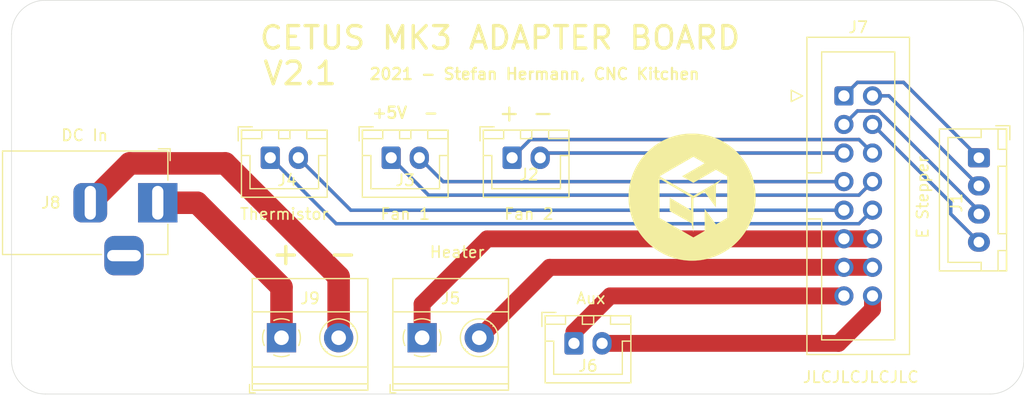
<source format=kicad_pcb>
(kicad_pcb (version 20171130) (host pcbnew "(5.1.12)-1")

  (general
    (thickness 1.6)
    (drawings 23)
    (tracks 77)
    (zones 0)
    (modules 14)
    (nets 17)
  )

  (page A4)
  (layers
    (0 F.Cu signal)
    (31 B.Cu signal)
    (32 B.Adhes user)
    (33 F.Adhes user)
    (34 B.Paste user)
    (35 F.Paste user)
    (36 B.SilkS user)
    (37 F.SilkS user)
    (38 B.Mask user)
    (39 F.Mask user)
    (40 Dwgs.User user)
    (41 Cmts.User user)
    (42 Eco1.User user)
    (43 Eco2.User user)
    (44 Edge.Cuts user)
    (45 Margin user)
    (46 B.CrtYd user)
    (47 F.CrtYd user)
    (48 B.Fab user)
    (49 F.Fab user hide)
  )

  (setup
    (last_trace_width 0.5)
    (user_trace_width 0.3)
    (user_trace_width 0.5)
    (user_trace_width 1)
    (user_trace_width 1.5)
    (user_trace_width 2)
    (trace_clearance 0.2)
    (zone_clearance 0.508)
    (zone_45_only no)
    (trace_min 0.2)
    (via_size 0.8)
    (via_drill 0.4)
    (via_min_size 0.4)
    (via_min_drill 0.3)
    (uvia_size 0.3)
    (uvia_drill 0.1)
    (uvias_allowed no)
    (uvia_min_size 0.2)
    (uvia_min_drill 0.1)
    (edge_width 0.05)
    (segment_width 0.2)
    (pcb_text_width 0.3)
    (pcb_text_size 1.5 1.5)
    (mod_edge_width 0.12)
    (mod_text_size 1 1)
    (mod_text_width 0.15)
    (pad_size 1.524 1.524)
    (pad_drill 0.762)
    (pad_to_mask_clearance 0)
    (aux_axis_origin 0 0)
    (visible_elements 7FFFFFFF)
    (pcbplotparams
      (layerselection 0x010fc_ffffffff)
      (usegerberextensions false)
      (usegerberattributes true)
      (usegerberadvancedattributes true)
      (creategerberjobfile true)
      (excludeedgelayer true)
      (linewidth 0.100000)
      (plotframeref false)
      (viasonmask false)
      (mode 1)
      (useauxorigin false)
      (hpglpennumber 1)
      (hpglpenspeed 20)
      (hpglpendiameter 15.000000)
      (psnegative false)
      (psa4output false)
      (plotreference true)
      (plotvalue true)
      (plotinvisibletext false)
      (padsonsilk false)
      (subtractmaskfromsilk false)
      (outputformat 1)
      (mirror false)
      (drillshape 0)
      (scaleselection 1)
      (outputdirectory "gerberV2/"))
  )

  (net 0 "")
  (net 1 "Net-(J1-Pad1)")
  (net 2 "Net-(J1-Pad2)")
  (net 3 "Net-(J1-Pad3)")
  (net 4 "Net-(J1-Pad4)")
  (net 5 "Net-(J2-Pad1)")
  (net 6 "Net-(J2-Pad2)")
  (net 7 "Net-(J3-Pad2)")
  (net 8 "Net-(J3-Pad1)")
  (net 9 "Net-(J4-Pad1)")
  (net 10 "Net-(J4-Pad2)")
  (net 11 "Net-(J5-Pad1)")
  (net 12 "Net-(J5-Pad2)")
  (net 13 "Net-(J6-Pad2)")
  (net 14 "Net-(J6-Pad1)")
  (net 15 "Net-(J8-Pad1)")
  (net 16 "Net-(J8-Pad2)")

  (net_class Default "This is the default net class."
    (clearance 0.2)
    (trace_width 0.25)
    (via_dia 0.8)
    (via_drill 0.4)
    (uvia_dia 0.3)
    (uvia_drill 0.1)
    (add_net "Net-(J1-Pad1)")
    (add_net "Net-(J1-Pad2)")
    (add_net "Net-(J1-Pad3)")
    (add_net "Net-(J1-Pad4)")
    (add_net "Net-(J2-Pad1)")
    (add_net "Net-(J2-Pad2)")
    (add_net "Net-(J3-Pad1)")
    (add_net "Net-(J3-Pad2)")
    (add_net "Net-(J4-Pad1)")
    (add_net "Net-(J4-Pad2)")
    (add_net "Net-(J5-Pad1)")
    (add_net "Net-(J5-Pad2)")
    (add_net "Net-(J6-Pad1)")
    (add_net "Net-(J6-Pad2)")
    (add_net "Net-(J8-Pad1)")
    (add_net "Net-(J8-Pad2)")
  )

  (module Connector_IDC:IDC-Header_2x08_P2.54mm_Vertical (layer F.Cu) (tedit 5EAC9A07) (tstamp 61323C14)
    (at 169 58.5)
    (descr "Through hole IDC box header, 2x08, 2.54mm pitch, DIN 41651 / IEC 60603-13, double rows, https://docs.google.com/spreadsheets/d/16SsEcesNF15N3Lb4niX7dcUr-NY5_MFPQhobNuNppn4/edit#gid=0")
    (tags "Through hole vertical IDC box header THT 2x08 2.54mm double row")
    (path /612CD7E9)
    (fp_text reference J7 (at 1.27 -6.1) (layer F.SilkS)
      (effects (font (size 1 1) (thickness 0.15)))
    )
    (fp_text value Conn_02x08_Odd_Even (at 1.27 23.88) (layer F.Fab)
      (effects (font (size 1 1) (thickness 0.15)))
    )
    (fp_line (start 6.22 -5.6) (end -3.68 -5.6) (layer F.CrtYd) (width 0.05))
    (fp_line (start 6.22 23.38) (end 6.22 -5.6) (layer F.CrtYd) (width 0.05))
    (fp_line (start -3.68 23.38) (end 6.22 23.38) (layer F.CrtYd) (width 0.05))
    (fp_line (start -3.68 -5.6) (end -3.68 23.38) (layer F.CrtYd) (width 0.05))
    (fp_line (start -4.68 0.5) (end -3.68 0) (layer F.SilkS) (width 0.12))
    (fp_line (start -4.68 -0.5) (end -4.68 0.5) (layer F.SilkS) (width 0.12))
    (fp_line (start -3.68 0) (end -4.68 -0.5) (layer F.SilkS) (width 0.12))
    (fp_line (start -1.98 10.94) (end -3.29 10.94) (layer F.SilkS) (width 0.12))
    (fp_line (start -1.98 10.94) (end -1.98 10.94) (layer F.SilkS) (width 0.12))
    (fp_line (start -1.98 21.69) (end -1.98 10.94) (layer F.SilkS) (width 0.12))
    (fp_line (start 4.52 21.69) (end -1.98 21.69) (layer F.SilkS) (width 0.12))
    (fp_line (start 4.52 -3.91) (end 4.52 21.69) (layer F.SilkS) (width 0.12))
    (fp_line (start -1.98 -3.91) (end 4.52 -3.91) (layer F.SilkS) (width 0.12))
    (fp_line (start -1.98 6.84) (end -1.98 -3.91) (layer F.SilkS) (width 0.12))
    (fp_line (start -3.29 6.84) (end -1.98 6.84) (layer F.SilkS) (width 0.12))
    (fp_line (start -3.29 22.99) (end -3.29 -5.21) (layer F.SilkS) (width 0.12))
    (fp_line (start 5.83 22.99) (end -3.29 22.99) (layer F.SilkS) (width 0.12))
    (fp_line (start 5.83 -5.21) (end 5.83 22.99) (layer F.SilkS) (width 0.12))
    (fp_line (start -3.29 -5.21) (end 5.83 -5.21) (layer F.SilkS) (width 0.12))
    (fp_line (start -1.98 10.94) (end -3.18 10.94) (layer F.Fab) (width 0.1))
    (fp_line (start -1.98 10.94) (end -1.98 10.94) (layer F.Fab) (width 0.1))
    (fp_line (start -1.98 21.69) (end -1.98 10.94) (layer F.Fab) (width 0.1))
    (fp_line (start 4.52 21.69) (end -1.98 21.69) (layer F.Fab) (width 0.1))
    (fp_line (start 4.52 -3.91) (end 4.52 21.69) (layer F.Fab) (width 0.1))
    (fp_line (start -1.98 -3.91) (end 4.52 -3.91) (layer F.Fab) (width 0.1))
    (fp_line (start -1.98 6.84) (end -1.98 -3.91) (layer F.Fab) (width 0.1))
    (fp_line (start -3.18 6.84) (end -1.98 6.84) (layer F.Fab) (width 0.1))
    (fp_line (start -3.18 22.88) (end -3.18 -4.1) (layer F.Fab) (width 0.1))
    (fp_line (start 5.72 22.88) (end -3.18 22.88) (layer F.Fab) (width 0.1))
    (fp_line (start 5.72 -5.1) (end 5.72 22.88) (layer F.Fab) (width 0.1))
    (fp_line (start -2.18 -5.1) (end 5.72 -5.1) (layer F.Fab) (width 0.1))
    (fp_line (start -3.18 -4.1) (end -2.18 -5.1) (layer F.Fab) (width 0.1))
    (fp_text user %R (at 1.27 8.89 90) (layer F.Fab)
      (effects (font (size 1 1) (thickness 0.15)))
    )
    (pad 1 thru_hole roundrect (at 0 0) (size 1.7 1.7) (drill 1) (layers *.Cu *.Mask) (roundrect_rratio 0.1470588235294118)
      (net 1 "Net-(J1-Pad1)"))
    (pad 3 thru_hole circle (at 0 2.54) (size 1.7 1.7) (drill 1) (layers *.Cu *.Mask)
      (net 3 "Net-(J1-Pad3)"))
    (pad 5 thru_hole circle (at 0 5.08) (size 1.7 1.7) (drill 1) (layers *.Cu *.Mask)
      (net 6 "Net-(J2-Pad2)"))
    (pad 7 thru_hole circle (at 0 7.62) (size 1.7 1.7) (drill 1) (layers *.Cu *.Mask)
      (net 7 "Net-(J3-Pad2)"))
    (pad 9 thru_hole circle (at 0 10.16) (size 1.7 1.7) (drill 1) (layers *.Cu *.Mask)
      (net 10 "Net-(J4-Pad2)"))
    (pad 11 thru_hole circle (at 0 12.7) (size 1.7 1.7) (drill 1) (layers *.Cu *.Mask)
      (net 11 "Net-(J5-Pad1)"))
    (pad 13 thru_hole circle (at 0 15.24) (size 1.7 1.7) (drill 1) (layers *.Cu *.Mask)
      (net 12 "Net-(J5-Pad2)"))
    (pad 15 thru_hole circle (at 0 17.78) (size 1.7 1.7) (drill 1) (layers *.Cu *.Mask)
      (net 14 "Net-(J6-Pad1)"))
    (pad 2 thru_hole circle (at 2.54 0) (size 1.7 1.7) (drill 1) (layers *.Cu *.Mask)
      (net 2 "Net-(J1-Pad2)"))
    (pad 4 thru_hole circle (at 2.54 2.54) (size 1.7 1.7) (drill 1) (layers *.Cu *.Mask)
      (net 4 "Net-(J1-Pad4)"))
    (pad 6 thru_hole circle (at 2.54 5.08) (size 1.7 1.7) (drill 1) (layers *.Cu *.Mask)
      (net 5 "Net-(J2-Pad1)"))
    (pad 8 thru_hole circle (at 2.54 7.62) (size 1.7 1.7) (drill 1) (layers *.Cu *.Mask)
      (net 8 "Net-(J3-Pad1)"))
    (pad 10 thru_hole circle (at 2.54 10.16) (size 1.7 1.7) (drill 1) (layers *.Cu *.Mask)
      (net 9 "Net-(J4-Pad1)"))
    (pad 12 thru_hole circle (at 2.54 12.7) (size 1.7 1.7) (drill 1) (layers *.Cu *.Mask)
      (net 11 "Net-(J5-Pad1)"))
    (pad 14 thru_hole circle (at 2.54 15.24) (size 1.7 1.7) (drill 1) (layers *.Cu *.Mask)
      (net 12 "Net-(J5-Pad2)"))
    (pad 16 thru_hole circle (at 2.54 17.78) (size 1.7 1.7) (drill 1) (layers *.Cu *.Mask)
      (net 13 "Net-(J6-Pad2)"))
    (model ${KISYS3DMOD}/Connector_IDC.3dshapes/IDC-Header_2x08_P2.54mm_Vertical.wrl
      (at (xyz 0 0 0))
      (scale (xyz 1 1 1))
      (rotate (xyz 0 0 0))
    )
  )

  (module Connector_JST:JST_XH_B2B-XH-A_1x02_P2.50mm_Vertical (layer F.Cu) (tedit 5C28146C) (tstamp 61323B38)
    (at 139.5 64)
    (descr "JST XH series connector, B2B-XH-A (http://www.jst-mfg.com/product/pdf/eng/eXH.pdf), generated with kicad-footprint-generator")
    (tags "connector JST XH vertical")
    (path /612D00DE)
    (fp_text reference J2 (at 1.5 1.5) (layer F.SilkS)
      (effects (font (size 1 1) (thickness 0.15)))
    )
    (fp_text value Conn_01x02_Female (at 1.25 4.6) (layer F.Fab)
      (effects (font (size 1 1) (thickness 0.15)))
    )
    (fp_line (start -2.85 -2.75) (end -2.85 -1.5) (layer F.SilkS) (width 0.12))
    (fp_line (start -1.6 -2.75) (end -2.85 -2.75) (layer F.SilkS) (width 0.12))
    (fp_line (start 4.3 2.75) (end 1.25 2.75) (layer F.SilkS) (width 0.12))
    (fp_line (start 4.3 -0.2) (end 4.3 2.75) (layer F.SilkS) (width 0.12))
    (fp_line (start 5.05 -0.2) (end 4.3 -0.2) (layer F.SilkS) (width 0.12))
    (fp_line (start -1.8 2.75) (end 1.25 2.75) (layer F.SilkS) (width 0.12))
    (fp_line (start -1.8 -0.2) (end -1.8 2.75) (layer F.SilkS) (width 0.12))
    (fp_line (start -2.55 -0.2) (end -1.8 -0.2) (layer F.SilkS) (width 0.12))
    (fp_line (start 5.05 -2.45) (end 3.25 -2.45) (layer F.SilkS) (width 0.12))
    (fp_line (start 5.05 -1.7) (end 5.05 -2.45) (layer F.SilkS) (width 0.12))
    (fp_line (start 3.25 -1.7) (end 5.05 -1.7) (layer F.SilkS) (width 0.12))
    (fp_line (start 3.25 -2.45) (end 3.25 -1.7) (layer F.SilkS) (width 0.12))
    (fp_line (start -0.75 -2.45) (end -2.55 -2.45) (layer F.SilkS) (width 0.12))
    (fp_line (start -0.75 -1.7) (end -0.75 -2.45) (layer F.SilkS) (width 0.12))
    (fp_line (start -2.55 -1.7) (end -0.75 -1.7) (layer F.SilkS) (width 0.12))
    (fp_line (start -2.55 -2.45) (end -2.55 -1.7) (layer F.SilkS) (width 0.12))
    (fp_line (start 1.75 -2.45) (end 0.75 -2.45) (layer F.SilkS) (width 0.12))
    (fp_line (start 1.75 -1.7) (end 1.75 -2.45) (layer F.SilkS) (width 0.12))
    (fp_line (start 0.75 -1.7) (end 1.75 -1.7) (layer F.SilkS) (width 0.12))
    (fp_line (start 0.75 -2.45) (end 0.75 -1.7) (layer F.SilkS) (width 0.12))
    (fp_line (start 0 -1.35) (end 0.625 -2.35) (layer F.Fab) (width 0.1))
    (fp_line (start -0.625 -2.35) (end 0 -1.35) (layer F.Fab) (width 0.1))
    (fp_line (start 5.45 -2.85) (end -2.95 -2.85) (layer F.CrtYd) (width 0.05))
    (fp_line (start 5.45 3.9) (end 5.45 -2.85) (layer F.CrtYd) (width 0.05))
    (fp_line (start -2.95 3.9) (end 5.45 3.9) (layer F.CrtYd) (width 0.05))
    (fp_line (start -2.95 -2.85) (end -2.95 3.9) (layer F.CrtYd) (width 0.05))
    (fp_line (start 5.06 -2.46) (end -2.56 -2.46) (layer F.SilkS) (width 0.12))
    (fp_line (start 5.06 3.51) (end 5.06 -2.46) (layer F.SilkS) (width 0.12))
    (fp_line (start -2.56 3.51) (end 5.06 3.51) (layer F.SilkS) (width 0.12))
    (fp_line (start -2.56 -2.46) (end -2.56 3.51) (layer F.SilkS) (width 0.12))
    (fp_line (start 4.95 -2.35) (end -2.45 -2.35) (layer F.Fab) (width 0.1))
    (fp_line (start 4.95 3.4) (end 4.95 -2.35) (layer F.Fab) (width 0.1))
    (fp_line (start -2.45 3.4) (end 4.95 3.4) (layer F.Fab) (width 0.1))
    (fp_line (start -2.45 -2.35) (end -2.45 3.4) (layer F.Fab) (width 0.1))
    (fp_text user %R (at 1.25 2.7) (layer F.Fab)
      (effects (font (size 1 1) (thickness 0.15)))
    )
    (pad 1 thru_hole roundrect (at 0 0) (size 1.7 2) (drill 1) (layers *.Cu *.Mask) (roundrect_rratio 0.1470588235294118)
      (net 5 "Net-(J2-Pad1)"))
    (pad 2 thru_hole oval (at 2.5 0) (size 1.7 2) (drill 1) (layers *.Cu *.Mask)
      (net 6 "Net-(J2-Pad2)"))
    (model ${KISYS3DMOD}/Connector_JST.3dshapes/JST_XH_B2B-XH-A_1x02_P2.50mm_Vertical.wrl
      (at (xyz 0 0 0))
      (scale (xyz 1 1 1))
      (rotate (xyz 0 0 0))
    )
  )

  (module adapter01:logo (layer F.Cu) (tedit 0) (tstamp 6132A657)
    (at 155.5 67.5)
    (fp_text reference G*** (at 0 0) (layer F.SilkS) hide
      (effects (font (size 1.524 1.524) (thickness 0.3)))
    )
    (fp_text value LOGO (at 0.75 0) (layer F.SilkS) hide
      (effects (font (size 1.524 1.524) (thickness 0.3)))
    )
    (fp_poly (pts (xy 0.089404 -5.646048) (xy 0.170495 -5.645111) (xy 0.245107 -5.64342) (xy 0.315072 -5.640869)
      (xy 0.382223 -5.637353) (xy 0.448394 -5.632766) (xy 0.515416 -5.627004) (xy 0.585122 -5.619959)
      (xy 0.659347 -5.611528) (xy 0.70866 -5.60553) (xy 0.943883 -5.571222) (xy 1.176841 -5.527061)
      (xy 1.407284 -5.473147) (xy 1.634965 -5.409585) (xy 1.859637 -5.336477) (xy 2.08105 -5.253925)
      (xy 2.298957 -5.162034) (xy 2.51311 -5.060906) (xy 2.723261 -4.950643) (xy 2.929161 -4.831349)
      (xy 3.130563 -4.703127) (xy 3.327219 -4.566079) (xy 3.467094 -4.460942) (xy 3.542023 -4.401946)
      (xy 3.61273 -4.344327) (xy 3.680863 -4.286623) (xy 3.748069 -4.227369) (xy 3.815996 -4.165101)
      (xy 3.886291 -4.098355) (xy 3.960602 -4.025668) (xy 3.990731 -3.99569) (xy 4.083215 -3.901762)
      (xy 4.168768 -3.811554) (xy 4.248965 -3.723231) (xy 4.325381 -3.634962) (xy 4.399595 -3.544912)
      (xy 4.47318 -3.451248) (xy 4.547714 -3.352135) (xy 4.569579 -3.32232) (xy 4.705522 -3.127403)
      (xy 4.832811 -2.927283) (xy 4.951335 -2.722259) (xy 5.060979 -2.512632) (xy 5.161632 -2.298701)
      (xy 5.253181 -2.080766) (xy 5.335512 -1.859127) (xy 5.408514 -1.634084) (xy 5.472074 -1.405937)
      (xy 5.526078 -1.174985) (xy 5.570414 -0.941529) (xy 5.60497 -0.705869) (xy 5.625758 -0.51308)
      (xy 5.630776 -0.455559) (xy 5.634937 -0.402653) (xy 5.638313 -0.352541) (xy 5.640976 -0.303403)
      (xy 5.642998 -0.253417) (xy 5.644451 -0.200762) (xy 5.645409 -0.143617) (xy 5.645943 -0.080161)
      (xy 5.646125 -0.008574) (xy 5.646127 0) (xy 5.645992 0.071429) (xy 5.645536 0.134553)
      (xy 5.64468 0.191223) (xy 5.643343 0.243291) (xy 5.641447 0.292608) (xy 5.638912 0.341027)
      (xy 5.63566 0.390397) (xy 5.631611 0.442572) (xy 5.626686 0.499403) (xy 5.623093 0.53848)
      (xy 5.596014 0.773952) (xy 5.5591 1.007264) (xy 5.512497 1.238141) (xy 5.456353 1.466311)
      (xy 5.390814 1.691499) (xy 5.316029 1.913431) (xy 5.232144 2.131833) (xy 5.139307 2.346433)
      (xy 5.037665 2.556956) (xy 4.927365 2.763128) (xy 4.808555 2.964675) (xy 4.681382 3.161325)
      (xy 4.545993 3.352802) (xy 4.402535 3.538834) (xy 4.251156 3.719146) (xy 4.092003 3.893465)
      (xy 3.925224 4.061517) (xy 3.750965 4.223028) (xy 3.569374 4.377725) (xy 3.54838 4.394781)
      (xy 3.360889 4.539886) (xy 3.167189 4.677132) (xy 2.967767 4.806242) (xy 2.763113 4.926935)
      (xy 2.553716 5.038933) (xy 2.340066 5.141957) (xy 2.122652 5.235727) (xy 1.9685 5.295706)
      (xy 1.745455 5.37326) (xy 1.519013 5.441333) (xy 1.289596 5.499857) (xy 1.057623 5.548766)
      (xy 0.823515 5.587993) (xy 0.587694 5.617472) (xy 0.35058 5.637137) (xy 0.112594 5.64692)
      (xy -0.125844 5.646756) (xy -0.23114 5.643501) (xy -0.470399 5.628858) (xy -0.707671 5.604301)
      (xy -0.942734 5.569921) (xy -1.175367 5.52581) (xy -1.405348 5.472058) (xy -1.632455 5.408758)
      (xy -1.856468 5.336001) (xy -2.077164 5.253878) (xy -2.294322 5.16248) (xy -2.50772 5.061898)
      (xy -2.717137 4.952225) (xy -2.92235 4.833551) (xy -3.12314 4.705968) (xy -3.319283 4.569567)
      (xy -3.510558 4.424439) (xy -3.696744 4.270676) (xy -3.814901 4.16617) (xy -3.846112 4.137198)
      (xy -3.882775 4.102135) (xy -3.923493 4.062394) (xy -3.966869 4.019389) (xy -4.011506 3.974534)
      (xy -4.056007 3.929243) (xy -4.098977 3.884929) (xy -4.139018 3.843007) (xy -4.174734 3.804891)
      (xy -4.204728 3.771993) (xy -4.208697 3.76754) (xy -4.365719 3.583626) (xy -4.513402 3.395961)
      (xy -4.651994 3.204146) (xy -4.781746 3.007783) (xy -4.902908 2.806475) (xy -5.015729 2.599825)
      (xy -5.120461 2.387433) (xy -5.217353 2.168903) (xy -5.224529 2.151731) (xy -5.304454 1.947382)
      (xy -5.376735 1.737186) (xy -5.441061 1.522324) (xy -5.497121 1.303979) (xy -5.544605 1.083336)
      (xy -5.583202 0.861575) (xy -5.605419 0.70104) (xy -5.615257 0.617928) (xy -5.623496 0.540503)
      (xy -5.630251 0.466759) (xy -5.635639 0.39469) (xy -5.639777 0.322292) (xy -5.64278 0.247559)
      (xy -5.644766 0.168485) (xy -5.645584 0.104022) (xy -2.8956 0.104022) (xy -2.8956 1.848885)
      (xy -2.88417 1.856325) (xy -2.877108 1.8606) (xy -2.861746 1.86965) (xy -2.838474 1.883253)
      (xy -2.807681 1.901182) (xy -2.769759 1.923214) (xy -2.725097 1.949122) (xy -2.674084 1.978683)
      (xy -2.617112 2.011671) (xy -2.55457 2.047861) (xy -2.486848 2.087029) (xy -2.414336 2.128949)
      (xy -2.337424 2.173397) (xy -2.256503 2.220148) (xy -2.171962 2.268977) (xy -2.084191 2.319658)
      (xy -1.993581 2.371968) (xy -1.900521 2.425681) (xy -1.805402 2.480572) (xy -1.708613 2.536417)
      (xy -1.610545 2.59299) (xy -1.511587 2.650067) (xy -1.41213 2.707423) (xy -1.312563 2.764832)
      (xy -1.213277 2.82207) (xy -1.114662 2.878913) (xy -1.017108 2.935134) (xy -0.921004 2.99051)
      (xy -0.826742 3.044815) (xy -0.73471 3.097824) (xy -0.645299 3.149313) (xy -0.558899 3.199057)
      (xy -0.4759 3.246831) (xy -0.396692 3.292409) (xy -0.321665 3.335567) (xy -0.25121 3.376081)
      (xy -0.185715 3.413724) (xy -0.125572 3.448273) (xy -0.071169 3.479502) (xy -0.022898 3.507187)
      (xy 0.018851 3.531102) (xy 0.053689 3.551023) (xy 0.081226 3.566725) (xy 0.101072 3.577983)
      (xy 0.112836 3.584572) (xy 0.116186 3.586333) (xy 0.121432 3.58386) (xy 0.134896 3.576617)
      (xy 0.156001 3.564932) (xy 0.184177 3.549131) (xy 0.218847 3.52954) (xy 0.25944 3.506486)
      (xy 0.305382 3.480294) (xy 0.356099 3.451293) (xy 0.411018 3.419808) (xy 0.469564 3.386165)
      (xy 0.531166 3.350692) (xy 0.595248 3.313714) (xy 0.603866 3.308735) (xy 0.668552 3.271354)
      (xy 0.731023 3.235236) (xy 0.790687 3.200727) (xy 0.846948 3.168171) (xy 0.899214 3.137911)
      (xy 0.946891 3.110292) (xy 0.989385 3.085657) (xy 1.026103 3.064351) (xy 1.056451 3.046717)
      (xy 1.079836 3.033099) (xy 1.095664 3.023843) (xy 1.103341 3.01929) (xy 1.103617 3.01912)
      (xy 1.122654 3.007248) (xy 1.12522 1.054454) (xy 1.622711 1.741698) (xy 1.692425 1.83795)
      (xy 1.756373 1.926131) (xy 1.814699 2.006435) (xy 1.867548 2.079058) (xy 1.915061 2.144193)
      (xy 1.957383 2.202035) (xy 1.994658 2.252779) (xy 2.027028 2.296619) (xy 2.054637 2.333749)
      (xy 2.077628 2.364365) (xy 2.096146 2.38866) (xy 2.110333 2.406828) (xy 2.120334 2.419065)
      (xy 2.12629 2.425565) (xy 2.128171 2.426798) (xy 2.133412 2.424059) (xy 2.14676 2.41662)
      (xy 2.167532 2.404875) (xy 2.195045 2.389218) (xy 2.228616 2.370044) (xy 2.267561 2.347746)
      (xy 2.311198 2.322719) (xy 2.358842 2.295357) (xy 2.409811 2.266055) (xy 2.463422 2.235205)
      (xy 2.518991 2.203203) (xy 2.575835 2.170442) (xy 2.633271 2.137317) (xy 2.690616 2.104222)
      (xy 2.747186 2.07155) (xy 2.802298 2.039697) (xy 2.855268 2.009056) (xy 2.905414 1.980021)
      (xy 2.952053 1.952986) (xy 2.994501 1.928347) (xy 3.032074 1.906496) (xy 3.064091 1.887828)
      (xy 3.089866 1.872737) (xy 3.108718 1.861617) (xy 3.119963 1.854862) (xy 3.12293 1.852953)
      (xy 3.123509 1.850704) (xy 3.124054 1.844736) (xy 3.124565 1.834785) (xy 3.125045 1.820587)
      (xy 3.125494 1.801881) (xy 3.125912 1.778401) (xy 3.1263 1.749884) (xy 3.12666 1.716068)
      (xy 3.126992 1.676688) (xy 3.127298 1.631482) (xy 3.127577 1.580186) (xy 3.127832 1.522536)
      (xy 3.128063 1.458269) (xy 3.12827 1.387123) (xy 3.128455 1.308832) (xy 3.128619 1.223134)
      (xy 3.128762 1.129766) (xy 3.128885 1.028463) (xy 3.12899 0.918964) (xy 3.129078 0.801004)
      (xy 3.129148 0.674319) (xy 3.129202 0.538647) (xy 3.129241 0.393724) (xy 3.129266 0.239287)
      (xy 3.129278 0.075072) (xy 3.12928 -0.002279) (xy 3.12928 -1.852433) (xy 2.626205 -2.143133)
      (xy 2.123131 -2.433832) (xy 1.119965 -1.854729) (xy 0.1168 -1.275626) (xy -0.381306 -1.563104)
      (xy -0.446662 -1.60088) (xy -0.509442 -1.637277) (xy -0.569097 -1.671972) (xy -0.625079 -1.704641)
      (xy -0.67684 -1.73496) (xy -0.72383 -1.762605) (xy -0.765502 -1.787252) (xy -0.801307 -1.808577)
      (xy -0.830696 -1.826257) (xy -0.853121 -1.839968) (xy -0.868033 -1.849385) (xy -0.874884 -1.854186)
      (xy -0.875268 -1.854725) (xy -0.870542 -1.857618) (xy -0.85741 -1.865362) (xy -0.836268 -1.877726)
      (xy -0.807509 -1.894485) (xy -0.771528 -1.915408) (xy -0.728718 -1.940267) (xy -0.679475 -1.968835)
      (xy -0.624192 -2.000882) (xy -0.563265 -2.03618) (xy -0.497086 -2.074501) (xy -0.426052 -2.115616)
      (xy -0.350555 -2.159297) (xy -0.27099 -2.205315) (xy -0.187752 -2.253443) (xy -0.101235 -2.303451)
      (xy -0.011834 -2.355111) (xy 0.080059 -2.408195) (xy 0.121673 -2.43223) (xy 0.214515 -2.485866)
      (xy 0.30502 -2.538184) (xy 0.392794 -2.588958) (xy 0.477444 -2.637958) (xy 0.558577 -2.684956)
      (xy 0.635801 -2.729722) (xy 0.708723 -2.77203) (xy 0.776948 -2.81165) (xy 0.840086 -2.848354)
      (xy 0.897741 -2.881913) (xy 0.949523 -2.912098) (xy 0.995037 -2.938682) (xy 1.03389 -2.961436)
      (xy 1.06569 -2.980131) (xy 1.090045 -2.994538) (xy 1.106559 -3.00443) (xy 1.114842 -3.009578)
      (xy 1.115779 -3.010286) (xy 1.11164 -3.013388) (xy 1.099244 -3.021226) (xy 1.07914 -3.033478)
      (xy 1.051882 -3.049818) (xy 1.018019 -3.069922) (xy 0.978105 -3.093467) (xy 0.932689 -3.120127)
      (xy 0.882325 -3.149579) (xy 0.827562 -3.181499) (xy 0.768954 -3.215562) (xy 0.707051 -3.251444)
      (xy 0.642404 -3.288822) (xy 0.61693 -3.303525) (xy 0.116771 -3.59207) (xy -1.386617 -2.724405)
      (xy -1.501087 -2.658324) (xy -1.613276 -2.59353) (xy -1.722865 -2.530208) (xy -1.829536 -2.468542)
      (xy -1.932969 -2.408718) (xy -2.032847 -2.350921) (xy -2.128851 -2.295336) (xy -2.220662 -2.242146)
      (xy -2.307963 -2.191539) (xy -2.390434 -2.143697) (xy -2.467757 -2.098807) (xy -2.539614 -2.057053)
      (xy -2.605686 -2.01862) (xy -2.665655 -1.983693) (xy -2.719202 -1.952456) (xy -2.766008 -1.925096)
      (xy -2.805756 -1.901797) (xy -2.838127 -1.882743) (xy -2.862803 -1.86812) (xy -2.879464 -1.858112)
      (xy -2.887793 -1.852905) (xy -2.888738 -1.852167) (xy -2.88431 -1.849337) (xy -2.871468 -1.841659)
      (xy -2.850604 -1.829357) (xy -2.822105 -1.812657) (xy -2.786361 -1.791785) (xy -2.743762 -1.766964)
      (xy -2.694698 -1.73842) (xy -2.639557 -1.706378) (xy -2.57873 -1.671062) (xy -2.512606 -1.632699)
      (xy -2.441574 -1.591513) (xy -2.366024 -1.547729) (xy -2.286346 -1.501572) (xy -2.202928 -1.453268)
      (xy -2.116161 -1.40304) (xy -2.026434 -1.351115) (xy -1.934136 -1.297717) (xy -1.839658 -1.243071)
      (xy -1.743388 -1.187402) (xy -1.645716 -1.130936) (xy -1.547031 -1.073897) (xy -1.447724 -1.016511)
      (xy -1.348183 -0.959002) (xy -1.248798 -0.901596) (xy -1.149959 -0.844517) (xy -1.052054 -0.787991)
      (xy -0.955475 -0.732242) (xy -0.860609 -0.677496) (xy -0.767847 -0.623977) (xy -0.677578 -0.571912)
      (xy -0.590192 -0.521523) (xy -0.506078 -0.473038) (xy -0.425626 -0.426681) (xy -0.349225 -0.382676)
      (xy -0.277264 -0.341249) (xy -0.210134 -0.302625) (xy -0.148223 -0.267029) (xy -0.091922 -0.234686)
      (xy -0.041619 -0.205821) (xy 0.002295 -0.180659) (xy 0.039432 -0.159425) (xy 0.069402 -0.142344)
      (xy 0.091814 -0.129641) (xy 0.106281 -0.121542) (xy 0.112412 -0.11827) (xy 0.112556 -0.118216)
      (xy 0.118947 -0.120121) (xy 0.133107 -0.126692) (xy 0.154064 -0.137412) (xy 0.180849 -0.151766)
      (xy 0.21249 -0.169238) (xy 0.248017 -0.189311) (xy 0.270036 -0.20195) (xy 0.394886 -0.274018)
      (xy 0.519437 -0.345909) (xy 0.643374 -0.417442) (xy 0.766381 -0.488436) (xy 0.888145 -0.558708)
      (xy 1.00835 -0.628077) (xy 1.126681 -0.696362) (xy 1.242824 -0.763381) (xy 1.356464 -0.828952)
      (xy 1.467286 -0.892893) (xy 1.574975 -0.955024) (xy 1.679216 -1.015163) (xy 1.779694 -1.073127)
      (xy 1.876096 -1.128735) (xy 1.968105 -1.181807) (xy 2.055407 -1.232159) (xy 2.137687 -1.279611)
      (xy 2.21463 -1.323981) (xy 2.285922 -1.365087) (xy 2.351248 -1.402747) (xy 2.410292 -1.436781)
      (xy 2.46274 -1.467006) (xy 2.508278 -1.493241) (xy 2.54659 -1.515305) (xy 2.577361 -1.533015)
      (xy 2.600277 -1.54619) (xy 2.615023 -1.554649) (xy 2.62128 -1.558207) (xy 2.64414 -1.570769)
      (xy 2.62636 -1.554009) (xy 2.619601 -1.547683) (xy 2.606081 -1.535069) (xy 2.586479 -1.516798)
      (xy 2.561473 -1.493502) (xy 2.531741 -1.465814) (xy 2.497962 -1.434364) (xy 2.460815 -1.399784)
      (xy 2.420977 -1.362707) (xy 2.379126 -1.323763) (xy 2.366022 -1.311571) (xy 2.123465 -1.085891)
      (xy 2.122182 -0.087688) (xy 2.1209 0.910515) (xy 1.620739 0.221927) (xy 1.566559 0.147366)
      (xy 1.513984 0.075072) (xy 1.463323 0.005471) (xy 1.414889 -0.061014) (xy 1.368991 -0.123958)
      (xy 1.32594 -0.182937) (xy 1.286046 -0.237526) (xy 1.249621 -0.287301) (xy 1.216974 -0.331838)
      (xy 1.188416 -0.370712) (xy 1.164258 -0.403499) (xy 1.14481 -0.429775) (xy 1.130383 -0.449114)
      (xy 1.121288 -0.461094) (xy 1.117835 -0.465288) (xy 1.117819 -0.465289) (xy 1.113136 -0.462634)
      (xy 1.100195 -0.455248) (xy 1.079556 -0.443452) (xy 1.051776 -0.427565) (xy 1.017416 -0.407907)
      (xy 0.977033 -0.384798) (xy 0.931186 -0.358557) (xy 0.880435 -0.329504) (xy 0.825336 -0.29796)
      (xy 0.766451 -0.264243) (xy 0.704336 -0.228673) (xy 0.63955 -0.191571) (xy 0.61595 -0.178054)
      (xy 0.11684 0.107808) (xy 0.11684 1.60161) (xy 0.116832 1.724096) (xy 0.116811 1.843914)
      (xy 0.116775 1.960668) (xy 0.116727 2.073963) (xy 0.116667 2.183402) (xy 0.116594 2.288591)
      (xy 0.11651 2.389132) (xy 0.116415 2.484631) (xy 0.11631 2.574691) (xy 0.116196 2.658917)
      (xy 0.116072 2.736913) (xy 0.11594 2.808282) (xy 0.1158 2.87263) (xy 0.115653 2.929559)
      (xy 0.115499 2.978675) (xy 0.115339 3.019582) (xy 0.115174 3.051883) (xy 0.115003 3.075183)
      (xy 0.114828 3.089086) (xy 0.114662 3.093236) (xy 0.113316 3.088035) (xy 0.110086 3.073645)
      (xy 0.105134 3.050826) (xy 0.09862 3.020342) (xy 0.090705 2.982953) (xy 0.081549 2.939423)
      (xy 0.071313 2.890513) (xy 0.060159 2.836985) (xy 0.048245 2.779602) (xy 0.035734 2.719126)
      (xy 0.032825 2.705039) (xy 0.020223 2.644007) (xy 0.008214 2.585921) (xy -0.003045 2.531541)
      (xy -0.013394 2.481625) (xy -0.022676 2.436932) (xy -0.030735 2.398221) (xy -0.03741 2.366251)
      (xy -0.042546 2.341779) (xy -0.045984 2.325566) (xy -0.047566 2.318369) (xy -0.047651 2.318069)
      (xy -0.052098 2.31554) (xy -0.065016 2.308283) (xy -0.086001 2.296525) (xy -0.114651 2.280489)
      (xy -0.150565 2.260401) (xy -0.193341 2.236484) (xy -0.242577 2.208963) (xy -0.29787 2.178064)
      (xy -0.358819 2.14401) (xy -0.425021 2.107026) (xy -0.496074 2.067338) (xy -0.571577 2.025169)
      (xy -0.651127 1.980744) (xy -0.734323 1.934288) (xy -0.820761 1.886026) (xy -0.910041 1.836181)
      (xy -1.00176 1.784979) (xy -1.018577 1.775592) (xy -1.110741 1.724138) (xy -1.20056 1.673978)
      (xy -1.287631 1.625339) (xy -1.371551 1.578446) (xy -1.451915 1.533525) (xy -1.528321 1.490802)
      (xy -1.600364 1.450504) (xy -1.667641 1.412857) (xy -1.729748 1.378085) (xy -1.786282 1.346416)
      (xy -1.836839 1.318075) (xy -1.881015 1.293288) (xy -1.918407 1.272282) (xy -1.948612 1.255282)
      (xy -1.971224 1.242514) (xy -1.985842 1.234204) (xy -1.99206 1.230578) (xy -1.992255 1.230442)
      (xy -1.992496 1.225154) (xy -1.992562 1.210483) (xy -1.992464 1.187208) (xy -1.992214 1.156103)
      (xy -1.991826 1.117945) (xy -1.991312 1.073511) (xy -1.990684 1.023576) (xy -1.989954 0.968919)
      (xy -1.989135 0.910313) (xy -1.98824 0.848537) (xy -1.98728 0.784366) (xy -1.986269 0.718577)
      (xy -1.985218 0.651947) (xy -1.98414 0.58525) (xy -1.983047 0.519265) (xy -1.981953 0.454767)
      (xy -1.980869 0.392532) (xy -1.979807 0.333338) (xy -1.978781 0.277959) (xy -1.977802 0.227174)
      (xy -1.976883 0.181757) (xy -1.976036 0.142487) (xy -1.975275 0.110137) (xy -1.97461 0.085486)
      (xy -1.974055 0.06931) (xy -1.973623 0.062385) (xy -1.973568 0.06219) (xy -1.969168 0.064601)
      (xy -1.956414 0.071932) (xy -1.935705 0.083948) (xy -1.907441 0.100414) (xy -1.872023 0.121095)
      (xy -1.829851 0.145757) (xy -1.781327 0.174165) (xy -1.726849 0.206084) (xy -1.666818 0.241279)
      (xy -1.601636 0.279517) (xy -1.531701 0.320561) (xy -1.457415 0.364178) (xy -1.379177 0.410132)
      (xy -1.297389 0.45819) (xy -1.21245 0.508115) (xy -1.124761 0.559674) (xy -1.034722 0.612631)
      (xy -1.032026 0.614217) (xy -0.091398 1.167553) (xy -0.09398 0.002779) (xy -1.493078 -0.819031)
      (xy -1.603237 -0.883733) (xy -1.711131 -0.9471) (xy -1.816431 -1.008936) (xy -1.918809 -1.069051)
      (xy -2.017936 -1.127251) (xy -2.113483 -1.183343) (xy -2.205122 -1.237135) (xy -2.292525 -1.288433)
      (xy -2.375361 -1.337045) (xy -2.453304 -1.382778) (xy -2.526024 -1.42544) (xy -2.593192 -1.464837)
      (xy -2.654481 -1.500776) (xy -2.709561 -1.533066) (xy -2.758104 -1.561513) (xy -2.79978 -1.585924)
      (xy -2.834263 -1.606106) (xy -2.861222 -1.621868) (xy -2.880329 -1.633015) (xy -2.891256 -1.639355)
      (xy -2.893888 -1.640841) (xy -2.894018 -1.635822) (xy -2.894145 -1.62101) (xy -2.89427 -1.596772)
      (xy -2.894391 -1.563475) (xy -2.894509 -1.521486) (xy -2.894622 -1.471172) (xy -2.894732 -1.412899)
      (xy -2.894836 -1.347035) (xy -2.894935 -1.273948) (xy -2.895029 -1.194003) (xy -2.895117 -1.107567)
      (xy -2.895199 -1.015009) (xy -2.895275 -0.916694) (xy -2.895343 -0.812989) (xy -2.895404 -0.704263)
      (xy -2.895458 -0.59088) (xy -2.895504 -0.47321) (xy -2.895541 -0.351618) (xy -2.895569 -0.226471)
      (xy -2.895589 -0.098137) (xy -2.895599 0.033017) (xy -2.8956 0.104022) (xy -5.645584 0.104022)
      (xy -5.645851 0.083066) (xy -5.646154 0) (xy -5.645784 -0.094625) (xy -5.644551 -0.181174)
      (xy -5.64233 -0.261705) (xy -5.639001 -0.338273) (xy -5.634438 -0.412937) (xy -5.628519 -0.487753)
      (xy -5.621121 -0.564779) (xy -5.61212 -0.646071) (xy -5.603019 -0.72085) (xy -5.568407 -0.955228)
      (xy -5.523896 -1.187589) (xy -5.469598 -1.417645) (xy -5.405627 -1.645109) (xy -5.332095 -1.869695)
      (xy -5.249114 -2.091113) (xy -5.156798 -2.309078) (xy -5.055258 -2.523301) (xy -4.944608 -2.733496)
      (xy -4.824961 -2.939374) (xy -4.696428 -3.14065) (xy -4.59907 -3.28168) (xy -4.531993 -3.373384)
      (xy -4.458928 -3.468853) (xy -4.381881 -3.565581) (xy -4.302855 -3.661061) (xy -4.223856 -3.752784)
      (xy -4.209209 -3.76936) (xy -4.185367 -3.795558) (xy -4.155293 -3.827537) (xy -4.120139 -3.864148)
      (xy -4.081058 -3.904244) (xy -4.039204 -3.946676) (xy -3.995729 -3.990295) (xy -3.951785 -4.033954)
      (xy -3.908527 -4.076504) (xy -3.867106 -4.116795) (xy -3.828676 -4.153681) (xy -3.794389 -4.186013)
      (xy -3.765399 -4.212641) (xy -3.75412 -4.222693) (xy -3.579274 -4.371056) (xy -3.402423 -4.510135)
      (xy -3.222382 -4.64077) (xy -3.037961 -4.763804) (xy -2.847972 -4.88008) (xy -2.73812 -4.942882)
      (xy -2.531732 -5.05223) (xy -2.320267 -5.152931) (xy -2.104252 -5.244813) (xy -1.884216 -5.327704)
      (xy -1.660686 -5.401432) (xy -1.43419 -5.465824) (xy -1.205254 -5.520707) (xy -0.974408 -5.565911)
      (xy -0.742178 -5.601261) (xy -0.70866 -5.60553) (xy -0.630697 -5.614878) (xy -0.558392 -5.622774)
      (xy -0.489914 -5.629323) (xy -0.423429 -5.634629) (xy -0.357104 -5.638799) (xy -0.289106 -5.641939)
      (xy -0.217603 -5.644153) (xy -0.140762 -5.645548) (xy -0.05675 -5.646228) (xy 0 -5.646338)
      (xy 0.089404 -5.646048)) (layer F.SilkS) (width 0.01))
  )

  (module MountingHole:MountingHole_3.5mm (layer F.Cu) (tedit 56D1B4CB) (tstamp 61323ACC)
    (at 181 54)
    (descr "Mounting Hole 3.5mm, no annular")
    (tags "mounting hole 3.5mm no annular")
    (path /61300270)
    (attr virtual)
    (fp_text reference H1 (at -2.5 2.5) (layer F.SilkS) hide
      (effects (font (size 1 1) (thickness 0.15)))
    )
    (fp_text value MountingHole (at 0 4.5) (layer F.Fab)
      (effects (font (size 1 1) (thickness 0.15)))
    )
    (fp_circle (center 0 0) (end 3.75 0) (layer F.CrtYd) (width 0.05))
    (fp_circle (center 0 0) (end 3.5 0) (layer Cmts.User) (width 0.15))
    (fp_text user %R (at 0.3 0) (layer F.Fab)
      (effects (font (size 1 1) (thickness 0.15)))
    )
    (pad 1 np_thru_hole circle (at 0 0) (size 3.5 3.5) (drill 3.5) (layers *.Cu *.Mask))
  )

  (module MountingHole:MountingHole_3.5mm (layer F.Cu) (tedit 56D1B4CB) (tstamp 61323AD4)
    (at 112 81)
    (descr "Mounting Hole 3.5mm, no annular")
    (tags "mounting hole 3.5mm no annular")
    (path /613019A2)
    (attr virtual)
    (fp_text reference H2 (at 2 2.5) (layer F.SilkS) hide
      (effects (font (size 1 1) (thickness 0.15)))
    )
    (fp_text value MountingHole (at 0 4.5) (layer F.Fab)
      (effects (font (size 1 1) (thickness 0.15)))
    )
    (fp_circle (center 0 0) (end 3.5 0) (layer Cmts.User) (width 0.15))
    (fp_circle (center 0 0) (end 3.75 0) (layer F.CrtYd) (width 0.05))
    (fp_text user %R (at 0.3 0) (layer F.Fab)
      (effects (font (size 1 1) (thickness 0.15)))
    )
    (pad 1 np_thru_hole circle (at 0 0) (size 3.5 3.5) (drill 3.5) (layers *.Cu *.Mask))
  )

  (module MountingHole:MountingHole_3.5mm (layer F.Cu) (tedit 56D1B4CB) (tstamp 61323ADC)
    (at 181 81)
    (descr "Mounting Hole 3.5mm, no annular")
    (tags "mounting hole 3.5mm no annular")
    (path /61301C74)
    (attr virtual)
    (fp_text reference H3 (at -3 2.5) (layer F.SilkS) hide
      (effects (font (size 1 1) (thickness 0.15)))
    )
    (fp_text value MountingHole (at 0 4.5) (layer F.Fab)
      (effects (font (size 1 1) (thickness 0.15)))
    )
    (fp_circle (center 0 0) (end 3.75 0) (layer F.CrtYd) (width 0.05))
    (fp_circle (center 0 0) (end 3.5 0) (layer Cmts.User) (width 0.15))
    (fp_text user %R (at 0.3 0) (layer F.Fab)
      (effects (font (size 1 1) (thickness 0.15)))
    )
    (pad 1 np_thru_hole circle (at 0 0) (size 3.5 3.5) (drill 3.5) (layers *.Cu *.Mask))
  )

  (module MountingHole:MountingHole_3.5mm (layer F.Cu) (tedit 56D1B4CB) (tstamp 61323AE4)
    (at 112 54)
    (descr "Mounting Hole 3.5mm, no annular")
    (tags "mounting hole 3.5mm no annular")
    (path /61301FDC)
    (attr virtual)
    (fp_text reference H4 (at 2.5 2.5) (layer F.SilkS) hide
      (effects (font (size 1 1) (thickness 0.15)))
    )
    (fp_text value MountingHole (at 0 4.5) (layer F.Fab)
      (effects (font (size 1 1) (thickness 0.15)))
    )
    (fp_circle (center 0 0) (end 3.5 0) (layer Cmts.User) (width 0.15))
    (fp_circle (center 0 0) (end 3.75 0) (layer F.CrtYd) (width 0.05))
    (fp_text user %R (at 0.3 0) (layer F.Fab)
      (effects (font (size 1 1) (thickness 0.15)))
    )
    (pad 1 np_thru_hole circle (at 0 0) (size 3.5 3.5) (drill 3.5) (layers *.Cu *.Mask))
  )

  (module Connector_JST:JST_XH_B4B-XH-A_1x04_P2.50mm_Vertical (layer F.Cu) (tedit 5C28146C) (tstamp 61323B0F)
    (at 181 64 270)
    (descr "JST XH series connector, B4B-XH-A (http://www.jst-mfg.com/product/pdf/eng/eXH.pdf), generated with kicad-footprint-generator")
    (tags "connector JST XH vertical")
    (path /612D2AF1)
    (fp_text reference J1 (at 4 2 90) (layer F.SilkS)
      (effects (font (size 1 1) (thickness 0.15)))
    )
    (fp_text value Conn_01x04_Female (at 3.75 4.6 90) (layer F.Fab)
      (effects (font (size 1 1) (thickness 0.15)))
    )
    (fp_line (start -2.85 -2.75) (end -2.85 -1.5) (layer F.SilkS) (width 0.12))
    (fp_line (start -1.6 -2.75) (end -2.85 -2.75) (layer F.SilkS) (width 0.12))
    (fp_line (start 9.3 2.75) (end 3.75 2.75) (layer F.SilkS) (width 0.12))
    (fp_line (start 9.3 -0.2) (end 9.3 2.75) (layer F.SilkS) (width 0.12))
    (fp_line (start 10.05 -0.2) (end 9.3 -0.2) (layer F.SilkS) (width 0.12))
    (fp_line (start -1.8 2.75) (end 3.75 2.75) (layer F.SilkS) (width 0.12))
    (fp_line (start -1.8 -0.2) (end -1.8 2.75) (layer F.SilkS) (width 0.12))
    (fp_line (start -2.55 -0.2) (end -1.8 -0.2) (layer F.SilkS) (width 0.12))
    (fp_line (start 10.05 -2.45) (end 8.25 -2.45) (layer F.SilkS) (width 0.12))
    (fp_line (start 10.05 -1.7) (end 10.05 -2.45) (layer F.SilkS) (width 0.12))
    (fp_line (start 8.25 -1.7) (end 10.05 -1.7) (layer F.SilkS) (width 0.12))
    (fp_line (start 8.25 -2.45) (end 8.25 -1.7) (layer F.SilkS) (width 0.12))
    (fp_line (start -0.75 -2.45) (end -2.55 -2.45) (layer F.SilkS) (width 0.12))
    (fp_line (start -0.75 -1.7) (end -0.75 -2.45) (layer F.SilkS) (width 0.12))
    (fp_line (start -2.55 -1.7) (end -0.75 -1.7) (layer F.SilkS) (width 0.12))
    (fp_line (start -2.55 -2.45) (end -2.55 -1.7) (layer F.SilkS) (width 0.12))
    (fp_line (start 6.75 -2.45) (end 0.75 -2.45) (layer F.SilkS) (width 0.12))
    (fp_line (start 6.75 -1.7) (end 6.75 -2.45) (layer F.SilkS) (width 0.12))
    (fp_line (start 0.75 -1.7) (end 6.75 -1.7) (layer F.SilkS) (width 0.12))
    (fp_line (start 0.75 -2.45) (end 0.75 -1.7) (layer F.SilkS) (width 0.12))
    (fp_line (start 0 -1.35) (end 0.625 -2.35) (layer F.Fab) (width 0.1))
    (fp_line (start -0.625 -2.35) (end 0 -1.35) (layer F.Fab) (width 0.1))
    (fp_line (start 10.45 -2.85) (end -2.95 -2.85) (layer F.CrtYd) (width 0.05))
    (fp_line (start 10.45 3.9) (end 10.45 -2.85) (layer F.CrtYd) (width 0.05))
    (fp_line (start -2.95 3.9) (end 10.45 3.9) (layer F.CrtYd) (width 0.05))
    (fp_line (start -2.95 -2.85) (end -2.95 3.9) (layer F.CrtYd) (width 0.05))
    (fp_line (start 10.06 -2.46) (end -2.56 -2.46) (layer F.SilkS) (width 0.12))
    (fp_line (start 10.06 3.51) (end 10.06 -2.46) (layer F.SilkS) (width 0.12))
    (fp_line (start -2.56 3.51) (end 10.06 3.51) (layer F.SilkS) (width 0.12))
    (fp_line (start -2.56 -2.46) (end -2.56 3.51) (layer F.SilkS) (width 0.12))
    (fp_line (start 9.95 -2.35) (end -2.45 -2.35) (layer F.Fab) (width 0.1))
    (fp_line (start 9.95 3.4) (end 9.95 -2.35) (layer F.Fab) (width 0.1))
    (fp_line (start -2.45 3.4) (end 9.95 3.4) (layer F.Fab) (width 0.1))
    (fp_line (start -2.45 -2.35) (end -2.45 3.4) (layer F.Fab) (width 0.1))
    (fp_text user %R (at 3.75 2.7 90) (layer F.Fab)
      (effects (font (size 1 1) (thickness 0.15)))
    )
    (pad 1 thru_hole roundrect (at 0 0 270) (size 1.7 1.95) (drill 0.95) (layers *.Cu *.Mask) (roundrect_rratio 0.1470588235294118)
      (net 1 "Net-(J1-Pad1)"))
    (pad 2 thru_hole oval (at 2.5 0 270) (size 1.7 1.95) (drill 0.95) (layers *.Cu *.Mask)
      (net 2 "Net-(J1-Pad2)"))
    (pad 3 thru_hole oval (at 5 0 270) (size 1.7 1.95) (drill 0.95) (layers *.Cu *.Mask)
      (net 3 "Net-(J1-Pad3)"))
    (pad 4 thru_hole oval (at 7.5 0 270) (size 1.7 1.95) (drill 0.95) (layers *.Cu *.Mask)
      (net 4 "Net-(J1-Pad4)"))
    (model ${KISYS3DMOD}/Connector_JST.3dshapes/JST_XH_B4B-XH-A_1x04_P2.50mm_Vertical.wrl
      (at (xyz 0 0 0))
      (scale (xyz 1 1 1))
      (rotate (xyz 0 0 0))
    )
  )

  (module Connector_JST:JST_XH_B2B-XH-A_1x02_P2.50mm_Vertical (layer F.Cu) (tedit 5C28146C) (tstamp 61323B61)
    (at 128.75 64)
    (descr "JST XH series connector, B2B-XH-A (http://www.jst-mfg.com/product/pdf/eng/eXH.pdf), generated with kicad-footprint-generator")
    (tags "connector JST XH vertical")
    (path /612D52FF)
    (fp_text reference J3 (at 1.25 2) (layer F.SilkS)
      (effects (font (size 1 1) (thickness 0.15)))
    )
    (fp_text value Conn_01x02_Female (at 1.25 4.6) (layer F.Fab)
      (effects (font (size 1 1) (thickness 0.15)))
    )
    (fp_line (start -2.45 -2.35) (end -2.45 3.4) (layer F.Fab) (width 0.1))
    (fp_line (start -2.45 3.4) (end 4.95 3.4) (layer F.Fab) (width 0.1))
    (fp_line (start 4.95 3.4) (end 4.95 -2.35) (layer F.Fab) (width 0.1))
    (fp_line (start 4.95 -2.35) (end -2.45 -2.35) (layer F.Fab) (width 0.1))
    (fp_line (start -2.56 -2.46) (end -2.56 3.51) (layer F.SilkS) (width 0.12))
    (fp_line (start -2.56 3.51) (end 5.06 3.51) (layer F.SilkS) (width 0.12))
    (fp_line (start 5.06 3.51) (end 5.06 -2.46) (layer F.SilkS) (width 0.12))
    (fp_line (start 5.06 -2.46) (end -2.56 -2.46) (layer F.SilkS) (width 0.12))
    (fp_line (start -2.95 -2.85) (end -2.95 3.9) (layer F.CrtYd) (width 0.05))
    (fp_line (start -2.95 3.9) (end 5.45 3.9) (layer F.CrtYd) (width 0.05))
    (fp_line (start 5.45 3.9) (end 5.45 -2.85) (layer F.CrtYd) (width 0.05))
    (fp_line (start 5.45 -2.85) (end -2.95 -2.85) (layer F.CrtYd) (width 0.05))
    (fp_line (start -0.625 -2.35) (end 0 -1.35) (layer F.Fab) (width 0.1))
    (fp_line (start 0 -1.35) (end 0.625 -2.35) (layer F.Fab) (width 0.1))
    (fp_line (start 0.75 -2.45) (end 0.75 -1.7) (layer F.SilkS) (width 0.12))
    (fp_line (start 0.75 -1.7) (end 1.75 -1.7) (layer F.SilkS) (width 0.12))
    (fp_line (start 1.75 -1.7) (end 1.75 -2.45) (layer F.SilkS) (width 0.12))
    (fp_line (start 1.75 -2.45) (end 0.75 -2.45) (layer F.SilkS) (width 0.12))
    (fp_line (start -2.55 -2.45) (end -2.55 -1.7) (layer F.SilkS) (width 0.12))
    (fp_line (start -2.55 -1.7) (end -0.75 -1.7) (layer F.SilkS) (width 0.12))
    (fp_line (start -0.75 -1.7) (end -0.75 -2.45) (layer F.SilkS) (width 0.12))
    (fp_line (start -0.75 -2.45) (end -2.55 -2.45) (layer F.SilkS) (width 0.12))
    (fp_line (start 3.25 -2.45) (end 3.25 -1.7) (layer F.SilkS) (width 0.12))
    (fp_line (start 3.25 -1.7) (end 5.05 -1.7) (layer F.SilkS) (width 0.12))
    (fp_line (start 5.05 -1.7) (end 5.05 -2.45) (layer F.SilkS) (width 0.12))
    (fp_line (start 5.05 -2.45) (end 3.25 -2.45) (layer F.SilkS) (width 0.12))
    (fp_line (start -2.55 -0.2) (end -1.8 -0.2) (layer F.SilkS) (width 0.12))
    (fp_line (start -1.8 -0.2) (end -1.8 2.75) (layer F.SilkS) (width 0.12))
    (fp_line (start -1.8 2.75) (end 1.25 2.75) (layer F.SilkS) (width 0.12))
    (fp_line (start 5.05 -0.2) (end 4.3 -0.2) (layer F.SilkS) (width 0.12))
    (fp_line (start 4.3 -0.2) (end 4.3 2.75) (layer F.SilkS) (width 0.12))
    (fp_line (start 4.3 2.75) (end 1.25 2.75) (layer F.SilkS) (width 0.12))
    (fp_line (start -1.6 -2.75) (end -2.85 -2.75) (layer F.SilkS) (width 0.12))
    (fp_line (start -2.85 -2.75) (end -2.85 -1.5) (layer F.SilkS) (width 0.12))
    (fp_text user %R (at 1.25 2.7) (layer F.Fab)
      (effects (font (size 1 1) (thickness 0.15)))
    )
    (pad 2 thru_hole oval (at 2.5 0) (size 1.7 2) (drill 1) (layers *.Cu *.Mask)
      (net 7 "Net-(J3-Pad2)"))
    (pad 1 thru_hole roundrect (at 0 0) (size 1.7 2) (drill 1) (layers *.Cu *.Mask) (roundrect_rratio 0.1470588235294118)
      (net 8 "Net-(J3-Pad1)"))
    (model ${KISYS3DMOD}/Connector_JST.3dshapes/JST_XH_B2B-XH-A_1x02_P2.50mm_Vertical.wrl
      (at (xyz 0 0 0))
      (scale (xyz 1 1 1))
      (rotate (xyz 0 0 0))
    )
  )

  (module Connector_JST:JST_XH_B2B-XH-A_1x02_P2.50mm_Vertical (layer F.Cu) (tedit 5C28146C) (tstamp 61323B8A)
    (at 118 64)
    (descr "JST XH series connector, B2B-XH-A (http://www.jst-mfg.com/product/pdf/eng/eXH.pdf), generated with kicad-footprint-generator")
    (tags "connector JST XH vertical")
    (path /612D5D54)
    (fp_text reference J4 (at 1.5 2) (layer F.SilkS)
      (effects (font (size 1 1) (thickness 0.15)))
    )
    (fp_text value Conn_01x02_Female (at 1.25 4.6) (layer F.Fab)
      (effects (font (size 1 1) (thickness 0.15)))
    )
    (fp_line (start -2.85 -2.75) (end -2.85 -1.5) (layer F.SilkS) (width 0.12))
    (fp_line (start -1.6 -2.75) (end -2.85 -2.75) (layer F.SilkS) (width 0.12))
    (fp_line (start 4.3 2.75) (end 1.25 2.75) (layer F.SilkS) (width 0.12))
    (fp_line (start 4.3 -0.2) (end 4.3 2.75) (layer F.SilkS) (width 0.12))
    (fp_line (start 5.05 -0.2) (end 4.3 -0.2) (layer F.SilkS) (width 0.12))
    (fp_line (start -1.8 2.75) (end 1.25 2.75) (layer F.SilkS) (width 0.12))
    (fp_line (start -1.8 -0.2) (end -1.8 2.75) (layer F.SilkS) (width 0.12))
    (fp_line (start -2.55 -0.2) (end -1.8 -0.2) (layer F.SilkS) (width 0.12))
    (fp_line (start 5.05 -2.45) (end 3.25 -2.45) (layer F.SilkS) (width 0.12))
    (fp_line (start 5.05 -1.7) (end 5.05 -2.45) (layer F.SilkS) (width 0.12))
    (fp_line (start 3.25 -1.7) (end 5.05 -1.7) (layer F.SilkS) (width 0.12))
    (fp_line (start 3.25 -2.45) (end 3.25 -1.7) (layer F.SilkS) (width 0.12))
    (fp_line (start -0.75 -2.45) (end -2.55 -2.45) (layer F.SilkS) (width 0.12))
    (fp_line (start -0.75 -1.7) (end -0.75 -2.45) (layer F.SilkS) (width 0.12))
    (fp_line (start -2.55 -1.7) (end -0.75 -1.7) (layer F.SilkS) (width 0.12))
    (fp_line (start -2.55 -2.45) (end -2.55 -1.7) (layer F.SilkS) (width 0.12))
    (fp_line (start 1.75 -2.45) (end 0.75 -2.45) (layer F.SilkS) (width 0.12))
    (fp_line (start 1.75 -1.7) (end 1.75 -2.45) (layer F.SilkS) (width 0.12))
    (fp_line (start 0.75 -1.7) (end 1.75 -1.7) (layer F.SilkS) (width 0.12))
    (fp_line (start 0.75 -2.45) (end 0.75 -1.7) (layer F.SilkS) (width 0.12))
    (fp_line (start 0 -1.35) (end 0.625 -2.35) (layer F.Fab) (width 0.1))
    (fp_line (start -0.625 -2.35) (end 0 -1.35) (layer F.Fab) (width 0.1))
    (fp_line (start 5.45 -2.85) (end -2.95 -2.85) (layer F.CrtYd) (width 0.05))
    (fp_line (start 5.45 3.9) (end 5.45 -2.85) (layer F.CrtYd) (width 0.05))
    (fp_line (start -2.95 3.9) (end 5.45 3.9) (layer F.CrtYd) (width 0.05))
    (fp_line (start -2.95 -2.85) (end -2.95 3.9) (layer F.CrtYd) (width 0.05))
    (fp_line (start 5.06 -2.46) (end -2.56 -2.46) (layer F.SilkS) (width 0.12))
    (fp_line (start 5.06 3.51) (end 5.06 -2.46) (layer F.SilkS) (width 0.12))
    (fp_line (start -2.56 3.51) (end 5.06 3.51) (layer F.SilkS) (width 0.12))
    (fp_line (start -2.56 -2.46) (end -2.56 3.51) (layer F.SilkS) (width 0.12))
    (fp_line (start 4.95 -2.35) (end -2.45 -2.35) (layer F.Fab) (width 0.1))
    (fp_line (start 4.95 3.4) (end 4.95 -2.35) (layer F.Fab) (width 0.1))
    (fp_line (start -2.45 3.4) (end 4.95 3.4) (layer F.Fab) (width 0.1))
    (fp_line (start -2.45 -2.35) (end -2.45 3.4) (layer F.Fab) (width 0.1))
    (fp_text user %R (at 1.25 2.7) (layer F.Fab)
      (effects (font (size 1 1) (thickness 0.15)))
    )
    (pad 1 thru_hole roundrect (at 0 0) (size 1.7 2) (drill 1) (layers *.Cu *.Mask) (roundrect_rratio 0.1470588235294118)
      (net 9 "Net-(J4-Pad1)"))
    (pad 2 thru_hole oval (at 2.5 0) (size 1.7 2) (drill 1) (layers *.Cu *.Mask)
      (net 10 "Net-(J4-Pad2)"))
    (model ${KISYS3DMOD}/Connector_JST.3dshapes/JST_XH_B2B-XH-A_1x02_P2.50mm_Vertical.wrl
      (at (xyz 0 0 0))
      (scale (xyz 1 1 1))
      (rotate (xyz 0 0 0))
    )
  )

  (module TerminalBlock_Phoenix:TerminalBlock_Phoenix_MKDS-1,5-2-5.08_1x02_P5.08mm_Horizontal (layer F.Cu) (tedit 5B294EBC) (tstamp 6178105B)
    (at 131.5 80)
    (descr "Terminal Block Phoenix MKDS-1,5-2-5.08, 2 pins, pitch 5.08mm, size 10.2x9.8mm^2, drill diamater 1.3mm, pad diameter 2.6mm, see http://www.farnell.com/datasheets/100425.pdf, script-generated using https://github.com/pointhi/kicad-footprint-generator/scripts/TerminalBlock_Phoenix")
    (tags "THT Terminal Block Phoenix MKDS-1,5-2-5.08 pitch 5.08mm size 10.2x9.8mm^2 drill 1.3mm pad 2.6mm")
    (path /612DF149)
    (fp_text reference J5 (at 2.54 -3.5) (layer F.SilkS)
      (effects (font (size 1 1) (thickness 0.15)))
    )
    (fp_text value Screw_Terminal_01x02 (at 2.54 5.66) (layer F.Fab)
      (effects (font (size 1 1) (thickness 0.15)))
    )
    (fp_line (start 8.13 -5.71) (end -3.04 -5.71) (layer F.CrtYd) (width 0.05))
    (fp_line (start 8.13 5.1) (end 8.13 -5.71) (layer F.CrtYd) (width 0.05))
    (fp_line (start -3.04 5.1) (end 8.13 5.1) (layer F.CrtYd) (width 0.05))
    (fp_line (start -3.04 -5.71) (end -3.04 5.1) (layer F.CrtYd) (width 0.05))
    (fp_line (start -2.84 4.9) (end -2.34 4.9) (layer F.SilkS) (width 0.12))
    (fp_line (start -2.84 4.16) (end -2.84 4.9) (layer F.SilkS) (width 0.12))
    (fp_line (start 3.853 1.023) (end 3.806 1.069) (layer F.SilkS) (width 0.12))
    (fp_line (start 6.15 -1.275) (end 6.115 -1.239) (layer F.SilkS) (width 0.12))
    (fp_line (start 4.046 1.239) (end 4.011 1.274) (layer F.SilkS) (width 0.12))
    (fp_line (start 6.355 -1.069) (end 6.308 -1.023) (layer F.SilkS) (width 0.12))
    (fp_line (start 6.035 -1.138) (end 3.943 0.955) (layer F.Fab) (width 0.1))
    (fp_line (start 6.218 -0.955) (end 4.126 1.138) (layer F.Fab) (width 0.1))
    (fp_line (start 0.955 -1.138) (end -1.138 0.955) (layer F.Fab) (width 0.1))
    (fp_line (start 1.138 -0.955) (end -0.955 1.138) (layer F.Fab) (width 0.1))
    (fp_line (start 7.68 -5.261) (end 7.68 4.66) (layer F.SilkS) (width 0.12))
    (fp_line (start -2.6 -5.261) (end -2.6 4.66) (layer F.SilkS) (width 0.12))
    (fp_line (start -2.6 4.66) (end 7.68 4.66) (layer F.SilkS) (width 0.12))
    (fp_line (start -2.6 -5.261) (end 7.68 -5.261) (layer F.SilkS) (width 0.12))
    (fp_line (start -2.6 -2.301) (end 7.68 -2.301) (layer F.SilkS) (width 0.12))
    (fp_line (start -2.54 -2.3) (end 7.62 -2.3) (layer F.Fab) (width 0.1))
    (fp_line (start -2.6 2.6) (end 7.68 2.6) (layer F.SilkS) (width 0.12))
    (fp_line (start -2.54 2.6) (end 7.62 2.6) (layer F.Fab) (width 0.1))
    (fp_line (start -2.6 4.1) (end 7.68 4.1) (layer F.SilkS) (width 0.12))
    (fp_line (start -2.54 4.1) (end 7.62 4.1) (layer F.Fab) (width 0.1))
    (fp_line (start -2.54 4.1) (end -2.54 -5.2) (layer F.Fab) (width 0.1))
    (fp_line (start -2.04 4.6) (end -2.54 4.1) (layer F.Fab) (width 0.1))
    (fp_line (start 7.62 4.6) (end -2.04 4.6) (layer F.Fab) (width 0.1))
    (fp_line (start 7.62 -5.2) (end 7.62 4.6) (layer F.Fab) (width 0.1))
    (fp_line (start -2.54 -5.2) (end 7.62 -5.2) (layer F.Fab) (width 0.1))
    (fp_circle (center 5.08 0) (end 6.76 0) (layer F.SilkS) (width 0.12))
    (fp_circle (center 5.08 0) (end 6.58 0) (layer F.Fab) (width 0.1))
    (fp_circle (center 0 0) (end 1.5 0) (layer F.Fab) (width 0.1))
    (fp_arc (start 0 0) (end 0 1.68) (angle -24) (layer F.SilkS) (width 0.12))
    (fp_arc (start 0 0) (end 1.535 0.684) (angle -48) (layer F.SilkS) (width 0.12))
    (fp_arc (start 0 0) (end 0.684 -1.535) (angle -48) (layer F.SilkS) (width 0.12))
    (fp_arc (start 0 0) (end -1.535 -0.684) (angle -48) (layer F.SilkS) (width 0.12))
    (fp_arc (start 0 0) (end -0.684 1.535) (angle -25) (layer F.SilkS) (width 0.12))
    (fp_text user %R (at 2.54 3.2) (layer F.Fab)
      (effects (font (size 1 1) (thickness 0.15)))
    )
    (pad 1 thru_hole rect (at 0 0) (size 2.6 2.6) (drill 1.3) (layers *.Cu *.Mask)
      (net 11 "Net-(J5-Pad1)"))
    (pad 2 thru_hole circle (at 5.08 0) (size 2.6 2.6) (drill 1.3) (layers *.Cu *.Mask)
      (net 12 "Net-(J5-Pad2)"))
    (model ${KISYS3DMOD}/TerminalBlock_Phoenix.3dshapes/TerminalBlock_Phoenix_MKDS-1,5-2-5.08_1x02_P5.08mm_Horizontal.wrl
      (at (xyz 0 0 0))
      (scale (xyz 1 1 1))
      (rotate (xyz 0 0 0))
    )
  )

  (module Connector_JST:JST_XH_B2B-XH-A_1x02_P2.50mm_Vertical (layer F.Cu) (tedit 5C28146C) (tstamp 617810D9)
    (at 145 80.5)
    (descr "JST XH series connector, B2B-XH-A (http://www.jst-mfg.com/product/pdf/eng/eXH.pdf), generated with kicad-footprint-generator")
    (tags "connector JST XH vertical")
    (path /612D6D4F)
    (fp_text reference J6 (at 1.25 2) (layer F.SilkS)
      (effects (font (size 1 1) (thickness 0.15)))
    )
    (fp_text value Conn_01x02_Female (at 1.25 4.6) (layer F.Fab)
      (effects (font (size 1 1) (thickness 0.15)))
    )
    (fp_line (start -2.45 -2.35) (end -2.45 3.4) (layer F.Fab) (width 0.1))
    (fp_line (start -2.45 3.4) (end 4.95 3.4) (layer F.Fab) (width 0.1))
    (fp_line (start 4.95 3.4) (end 4.95 -2.35) (layer F.Fab) (width 0.1))
    (fp_line (start 4.95 -2.35) (end -2.45 -2.35) (layer F.Fab) (width 0.1))
    (fp_line (start -2.56 -2.46) (end -2.56 3.51) (layer F.SilkS) (width 0.12))
    (fp_line (start -2.56 3.51) (end 5.06 3.51) (layer F.SilkS) (width 0.12))
    (fp_line (start 5.06 3.51) (end 5.06 -2.46) (layer F.SilkS) (width 0.12))
    (fp_line (start 5.06 -2.46) (end -2.56 -2.46) (layer F.SilkS) (width 0.12))
    (fp_line (start -2.95 -2.85) (end -2.95 3.9) (layer F.CrtYd) (width 0.05))
    (fp_line (start -2.95 3.9) (end 5.45 3.9) (layer F.CrtYd) (width 0.05))
    (fp_line (start 5.45 3.9) (end 5.45 -2.85) (layer F.CrtYd) (width 0.05))
    (fp_line (start 5.45 -2.85) (end -2.95 -2.85) (layer F.CrtYd) (width 0.05))
    (fp_line (start -0.625 -2.35) (end 0 -1.35) (layer F.Fab) (width 0.1))
    (fp_line (start 0 -1.35) (end 0.625 -2.35) (layer F.Fab) (width 0.1))
    (fp_line (start 0.75 -2.45) (end 0.75 -1.7) (layer F.SilkS) (width 0.12))
    (fp_line (start 0.75 -1.7) (end 1.75 -1.7) (layer F.SilkS) (width 0.12))
    (fp_line (start 1.75 -1.7) (end 1.75 -2.45) (layer F.SilkS) (width 0.12))
    (fp_line (start 1.75 -2.45) (end 0.75 -2.45) (layer F.SilkS) (width 0.12))
    (fp_line (start -2.55 -2.45) (end -2.55 -1.7) (layer F.SilkS) (width 0.12))
    (fp_line (start -2.55 -1.7) (end -0.75 -1.7) (layer F.SilkS) (width 0.12))
    (fp_line (start -0.75 -1.7) (end -0.75 -2.45) (layer F.SilkS) (width 0.12))
    (fp_line (start -0.75 -2.45) (end -2.55 -2.45) (layer F.SilkS) (width 0.12))
    (fp_line (start 3.25 -2.45) (end 3.25 -1.7) (layer F.SilkS) (width 0.12))
    (fp_line (start 3.25 -1.7) (end 5.05 -1.7) (layer F.SilkS) (width 0.12))
    (fp_line (start 5.05 -1.7) (end 5.05 -2.45) (layer F.SilkS) (width 0.12))
    (fp_line (start 5.05 -2.45) (end 3.25 -2.45) (layer F.SilkS) (width 0.12))
    (fp_line (start -2.55 -0.2) (end -1.8 -0.2) (layer F.SilkS) (width 0.12))
    (fp_line (start -1.8 -0.2) (end -1.8 2.75) (layer F.SilkS) (width 0.12))
    (fp_line (start -1.8 2.75) (end 1.25 2.75) (layer F.SilkS) (width 0.12))
    (fp_line (start 5.05 -0.2) (end 4.3 -0.2) (layer F.SilkS) (width 0.12))
    (fp_line (start 4.3 -0.2) (end 4.3 2.75) (layer F.SilkS) (width 0.12))
    (fp_line (start 4.3 2.75) (end 1.25 2.75) (layer F.SilkS) (width 0.12))
    (fp_line (start -1.6 -2.75) (end -2.85 -2.75) (layer F.SilkS) (width 0.12))
    (fp_line (start -2.85 -2.75) (end -2.85 -1.5) (layer F.SilkS) (width 0.12))
    (fp_text user %R (at 1.25 2.7) (layer F.Fab)
      (effects (font (size 1 1) (thickness 0.15)))
    )
    (pad 2 thru_hole oval (at 2.5 0) (size 1.7 2) (drill 1) (layers *.Cu *.Mask)
      (net 13 "Net-(J6-Pad2)"))
    (pad 1 thru_hole roundrect (at 0 0) (size 1.7 2) (drill 1) (layers *.Cu *.Mask) (roundrect_rratio 0.1470588235294118)
      (net 14 "Net-(J6-Pad1)"))
    (model ${KISYS3DMOD}/Connector_JST.3dshapes/JST_XH_B2B-XH-A_1x02_P2.50mm_Vertical.wrl
      (at (xyz 0 0 0))
      (scale (xyz 1 1 1))
      (rotate (xyz 0 0 0))
    )
  )

  (module Connector_BarrelJack:BarrelJack_Horizontal (layer F.Cu) (tedit 5A1DBF6A) (tstamp 61323C37)
    (at 108 68)
    (descr "DC Barrel Jack")
    (tags "Power Jack")
    (path /612F6DD6)
    (fp_text reference J8 (at -9.5 0) (layer F.SilkS)
      (effects (font (size 1 1) (thickness 0.15)))
    )
    (fp_text value Barrel_Jack (at -6.2 -5.5) (layer F.Fab)
      (effects (font (size 1 1) (thickness 0.15)))
    )
    (fp_line (start 0 -4.5) (end -13.7 -4.5) (layer F.Fab) (width 0.1))
    (fp_line (start 0.8 4.5) (end 0.8 -3.75) (layer F.Fab) (width 0.1))
    (fp_line (start -13.7 4.5) (end 0.8 4.5) (layer F.Fab) (width 0.1))
    (fp_line (start -13.7 -4.5) (end -13.7 4.5) (layer F.Fab) (width 0.1))
    (fp_line (start -10.2 -4.5) (end -10.2 4.5) (layer F.Fab) (width 0.1))
    (fp_line (start 0.9 -4.6) (end 0.9 -2) (layer F.SilkS) (width 0.12))
    (fp_line (start -13.8 -4.6) (end 0.9 -4.6) (layer F.SilkS) (width 0.12))
    (fp_line (start 0.9 4.6) (end -1 4.6) (layer F.SilkS) (width 0.12))
    (fp_line (start 0.9 1.9) (end 0.9 4.6) (layer F.SilkS) (width 0.12))
    (fp_line (start -13.8 4.6) (end -13.8 -4.6) (layer F.SilkS) (width 0.12))
    (fp_line (start -5 4.6) (end -13.8 4.6) (layer F.SilkS) (width 0.12))
    (fp_line (start -14 4.75) (end -14 -4.75) (layer F.CrtYd) (width 0.05))
    (fp_line (start -5 4.75) (end -14 4.75) (layer F.CrtYd) (width 0.05))
    (fp_line (start -5 6.75) (end -5 4.75) (layer F.CrtYd) (width 0.05))
    (fp_line (start -1 6.75) (end -5 6.75) (layer F.CrtYd) (width 0.05))
    (fp_line (start -1 4.75) (end -1 6.75) (layer F.CrtYd) (width 0.05))
    (fp_line (start 1 4.75) (end -1 4.75) (layer F.CrtYd) (width 0.05))
    (fp_line (start 1 2) (end 1 4.75) (layer F.CrtYd) (width 0.05))
    (fp_line (start 2 2) (end 1 2) (layer F.CrtYd) (width 0.05))
    (fp_line (start 2 -2) (end 2 2) (layer F.CrtYd) (width 0.05))
    (fp_line (start 1 -2) (end 2 -2) (layer F.CrtYd) (width 0.05))
    (fp_line (start 1 -4.5) (end 1 -2) (layer F.CrtYd) (width 0.05))
    (fp_line (start 1 -4.75) (end -14 -4.75) (layer F.CrtYd) (width 0.05))
    (fp_line (start 1 -4.5) (end 1 -4.75) (layer F.CrtYd) (width 0.05))
    (fp_line (start 0.05 -4.8) (end 1.1 -4.8) (layer F.SilkS) (width 0.12))
    (fp_line (start 1.1 -3.75) (end 1.1 -4.8) (layer F.SilkS) (width 0.12))
    (fp_line (start -0.003213 -4.505425) (end 0.8 -3.75) (layer F.Fab) (width 0.1))
    (fp_text user %R (at -3 -2.95) (layer F.Fab)
      (effects (font (size 1 1) (thickness 0.15)))
    )
    (pad 1 thru_hole rect (at 0 0) (size 3.5 3.5) (drill oval 1 3) (layers *.Cu *.Mask)
      (net 15 "Net-(J8-Pad1)"))
    (pad 2 thru_hole roundrect (at -6 0) (size 3 3.5) (drill oval 1 3) (layers *.Cu *.Mask) (roundrect_rratio 0.25)
      (net 16 "Net-(J8-Pad2)"))
    (pad 3 thru_hole roundrect (at -3 4.7) (size 3.5 3.5) (drill oval 3 1) (layers *.Cu *.Mask) (roundrect_rratio 0.25))
    (model ${KISYS3DMOD}/Connector_BarrelJack.3dshapes/BarrelJack_Horizontal.wrl
      (at (xyz 0 0 0))
      (scale (xyz 1 1 1))
      (rotate (xyz 0 0 0))
    )
  )

  (module TerminalBlock_Phoenix:TerminalBlock_Phoenix_MKDS-1,5-2-5.08_1x02_P5.08mm_Horizontal (layer F.Cu) (tedit 5B294EBC) (tstamp 61781154)
    (at 119 80)
    (descr "Terminal Block Phoenix MKDS-1,5-2-5.08, 2 pins, pitch 5.08mm, size 10.2x9.8mm^2, drill diamater 1.3mm, pad diameter 2.6mm, see http://www.farnell.com/datasheets/100425.pdf, script-generated using https://github.com/pointhi/kicad-footprint-generator/scripts/TerminalBlock_Phoenix")
    (tags "THT Terminal Block Phoenix MKDS-1,5-2-5.08 pitch 5.08mm size 10.2x9.8mm^2 drill 1.3mm pad 2.6mm")
    (path /612F58EF)
    (fp_text reference J9 (at 2.54 -3.5) (layer F.SilkS)
      (effects (font (size 1 1) (thickness 0.15)))
    )
    (fp_text value Screw_Terminal_01x02 (at 5 -8.5) (layer F.Fab)
      (effects (font (size 1 1) (thickness 0.15)))
    )
    (fp_circle (center 0 0) (end 1.5 0) (layer F.Fab) (width 0.1))
    (fp_circle (center 5.08 0) (end 6.58 0) (layer F.Fab) (width 0.1))
    (fp_circle (center 5.08 0) (end 6.76 0) (layer F.SilkS) (width 0.12))
    (fp_line (start -2.54 -5.2) (end 7.62 -5.2) (layer F.Fab) (width 0.1))
    (fp_line (start 7.62 -5.2) (end 7.62 4.6) (layer F.Fab) (width 0.1))
    (fp_line (start 7.62 4.6) (end -2.04 4.6) (layer F.Fab) (width 0.1))
    (fp_line (start -2.04 4.6) (end -2.54 4.1) (layer F.Fab) (width 0.1))
    (fp_line (start -2.54 4.1) (end -2.54 -5.2) (layer F.Fab) (width 0.1))
    (fp_line (start -2.54 4.1) (end 7.62 4.1) (layer F.Fab) (width 0.1))
    (fp_line (start -2.6 4.1) (end 7.68 4.1) (layer F.SilkS) (width 0.12))
    (fp_line (start -2.54 2.6) (end 7.62 2.6) (layer F.Fab) (width 0.1))
    (fp_line (start -2.6 2.6) (end 7.68 2.6) (layer F.SilkS) (width 0.12))
    (fp_line (start -2.54 -2.3) (end 7.62 -2.3) (layer F.Fab) (width 0.1))
    (fp_line (start -2.6 -2.301) (end 7.68 -2.301) (layer F.SilkS) (width 0.12))
    (fp_line (start -2.6 -5.261) (end 7.68 -5.261) (layer F.SilkS) (width 0.12))
    (fp_line (start -2.6 4.66) (end 7.68 4.66) (layer F.SilkS) (width 0.12))
    (fp_line (start -2.6 -5.261) (end -2.6 4.66) (layer F.SilkS) (width 0.12))
    (fp_line (start 7.68 -5.261) (end 7.68 4.66) (layer F.SilkS) (width 0.12))
    (fp_line (start 1.138 -0.955) (end -0.955 1.138) (layer F.Fab) (width 0.1))
    (fp_line (start 0.955 -1.138) (end -1.138 0.955) (layer F.Fab) (width 0.1))
    (fp_line (start 6.218 -0.955) (end 4.126 1.138) (layer F.Fab) (width 0.1))
    (fp_line (start 6.035 -1.138) (end 3.943 0.955) (layer F.Fab) (width 0.1))
    (fp_line (start 6.355 -1.069) (end 6.308 -1.023) (layer F.SilkS) (width 0.12))
    (fp_line (start 4.046 1.239) (end 4.011 1.274) (layer F.SilkS) (width 0.12))
    (fp_line (start 6.15 -1.275) (end 6.115 -1.239) (layer F.SilkS) (width 0.12))
    (fp_line (start 3.853 1.023) (end 3.806 1.069) (layer F.SilkS) (width 0.12))
    (fp_line (start -2.84 4.16) (end -2.84 4.9) (layer F.SilkS) (width 0.12))
    (fp_line (start -2.84 4.9) (end -2.34 4.9) (layer F.SilkS) (width 0.12))
    (fp_line (start -3.04 -5.71) (end -3.04 5.1) (layer F.CrtYd) (width 0.05))
    (fp_line (start -3.04 5.1) (end 8.13 5.1) (layer F.CrtYd) (width 0.05))
    (fp_line (start 8.13 5.1) (end 8.13 -5.71) (layer F.CrtYd) (width 0.05))
    (fp_line (start 8.13 -5.71) (end -3.04 -5.71) (layer F.CrtYd) (width 0.05))
    (fp_text user %R (at 2.54 3.2) (layer F.Fab)
      (effects (font (size 1 1) (thickness 0.15)))
    )
    (fp_arc (start 0 0) (end -0.684 1.535) (angle -25) (layer F.SilkS) (width 0.12))
    (fp_arc (start 0 0) (end -1.535 -0.684) (angle -48) (layer F.SilkS) (width 0.12))
    (fp_arc (start 0 0) (end 0.684 -1.535) (angle -48) (layer F.SilkS) (width 0.12))
    (fp_arc (start 0 0) (end 1.535 0.684) (angle -48) (layer F.SilkS) (width 0.12))
    (fp_arc (start 0 0) (end 0 1.68) (angle -24) (layer F.SilkS) (width 0.12))
    (pad 2 thru_hole circle (at 5.08 0) (size 2.6 2.6) (drill 1.3) (layers *.Cu *.Mask)
      (net 16 "Net-(J8-Pad2)"))
    (pad 1 thru_hole rect (at 0 0) (size 2.6 2.6) (drill 1.3) (layers *.Cu *.Mask)
      (net 15 "Net-(J8-Pad1)"))
    (model ${KISYS3DMOD}/TerminalBlock_Phoenix.3dshapes/TerminalBlock_Phoenix_MKDS-1,5-2-5.08_1x02_P5.08mm_Horizontal.wrl
      (at (xyz 0 0 0))
      (scale (xyz 1 1 1))
      (rotate (xyz 0 0 0))
    )
  )

  (gr_text JLCJLCJLCJLC (at 170.5 83.5) (layer F.SilkS)
    (effects (font (size 1 1) (thickness 0.15)))
  )
  (gr_text "DC In" (at 101.5 62) (layer F.SilkS) (tstamp 613260EE)
    (effects (font (size 1 1) (thickness 0.15)))
  )
  (gr_text "+ -" (at 140.75 60) (layer F.SilkS) (tstamp 613260EB)
    (effects (font (size 1.5 1.5) (thickness 0.2)))
  )
  (gr_text "+5V  -" (at 130 60) (layer F.SilkS) (tstamp 613260AA)
    (effects (font (size 1 1) (thickness 0.2)))
  )
  (gr_text "Fan 2" (at 141 69) (layer F.SilkS) (tstamp 613260A5)
    (effects (font (size 1 1) (thickness 0.15)))
  )
  (gr_text "Fan 1" (at 130 69) (layer F.SilkS) (tstamp 613260A1)
    (effects (font (size 1 1) (thickness 0.15)))
  )
  (gr_text Thermistor (at 119.25 69) (layer F.SilkS) (tstamp 61326047)
    (effects (font (size 1 1) (thickness 0.15)))
  )
  (gr_text Aux (at 146.5 76.5) (layer F.SilkS) (tstamp 6132603D)
    (effects (font (size 1 1) (thickness 0.15)))
  )
  (gr_line (start 95 53) (end 95 82) (layer Edge.Cuts) (width 0.05) (tstamp 61325FE7))
  (gr_line (start 182 50) (end 98 50) (layer Edge.Cuts) (width 0.05) (tstamp 61325FE6))
  (gr_line (start 185 82) (end 185 53) (layer Edge.Cuts) (width 0.05) (tstamp 61325FE5))
  (gr_line (start 98 85) (end 182 85) (layer Edge.Cuts) (width 0.05) (tstamp 6178102E))
  (gr_arc (start 182 53) (end 185 53) (angle -90) (layer Edge.Cuts) (width 0.05))
  (gr_arc (start 98 53) (end 98 50) (angle -90) (layer Edge.Cuts) (width 0.05))
  (gr_arc (start 98 82) (end 95 82) (angle -90) (layer Edge.Cuts) (width 0.05))
  (gr_arc (start 182 82) (end 182 85) (angle -90) (layer Edge.Cuts) (width 0.05))
  (gr_text "E Stepper" (at 176 67.5 90) (layer F.SilkS)
    (effects (font (size 1 1) (thickness 0.15)))
  )
  (gr_text - (at 124.46 72.5) (layer F.SilkS) (tstamp 6132A872)
    (effects (font (size 2 2) (thickness 0.3)))
  )
  (gr_text + (at 119.38 72.5) (layer F.SilkS)
    (effects (font (size 2 2) (thickness 0.3)))
  )
  (gr_text Heater (at 134.62 72.39) (layer F.SilkS)
    (effects (font (size 1 1) (thickness 0.15)))
  )
  (gr_text "2021 - Stefan Hermann, CNC Kitchen" (at 141.5 56.555) (layer F.SilkS) (tstamp 6132A660)
    (effects (font (size 1 1) (thickness 0.2)))
  )
  (gr_text V2.1 (at 120.65 56.5) (layer F.SilkS) (tstamp 61325028)
    (effects (font (size 2 2) (thickness 0.3)))
  )
  (gr_text "CETUS MK3 ADAPTER BOARD" (at 138.43 53.34) (layer F.SilkS)
    (effects (font (size 2 2) (thickness 0.3)))
  )

  (segment (start 174.299999 57.299999) (end 181 64) (width 0.3) (layer F.Cu) (net 1))
  (segment (start 170.200001 57.299999) (end 174.299999 57.299999) (width 0.3) (layer F.Cu) (net 1))
  (segment (start 169 58.5) (end 170.200001 57.299999) (width 0.3) (layer F.Cu) (net 1))
  (segment (start 174.299999 57.299999) (end 181 64) (width 0.3) (layer B.Cu) (net 1))
  (segment (start 170.200001 57.299999) (end 174.299999 57.299999) (width 0.3) (layer B.Cu) (net 1))
  (segment (start 169 58.5) (end 170.200001 57.299999) (width 0.3) (layer B.Cu) (net 1))
  (segment (start 173 58.5) (end 181 66.5) (width 0.3) (layer F.Cu) (net 2))
  (segment (start 171.54 58.5) (end 173 58.5) (width 0.3) (layer F.Cu) (net 2))
  (segment (start 173 58.5) (end 181 66.5) (width 0.3) (layer B.Cu) (net 2))
  (segment (start 171.54 58.5) (end 173 58.5) (width 0.3) (layer B.Cu) (net 2))
  (segment (start 181 68.723998) (end 181 69) (width 0.3) (layer B.Cu) (net 3))
  (segment (start 172.116001 59.839999) (end 181 68.723998) (width 0.3) (layer B.Cu) (net 3))
  (segment (start 170.200001 59.839999) (end 172.116001 59.839999) (width 0.3) (layer B.Cu) (net 3))
  (segment (start 169 61.04) (end 170.200001 59.839999) (width 0.3) (layer B.Cu) (net 3))
  (segment (start 181 68.723998) (end 181 69) (width 0.3) (layer F.Cu) (net 3))
  (segment (start 172.116001 59.839999) (end 181 68.723998) (width 0.3) (layer F.Cu) (net 3))
  (segment (start 170.200001 59.839999) (end 172.116001 59.839999) (width 0.3) (layer F.Cu) (net 3))
  (segment (start 169 61.04) (end 170.200001 59.839999) (width 0.3) (layer F.Cu) (net 3))
  (segment (start 171.54 61.04) (end 178.5 68) (width 0.3) (layer F.Cu) (net 4))
  (segment (start 178.5 69) (end 181 71.5) (width 0.3) (layer F.Cu) (net 4))
  (segment (start 178.5 68) (end 178.5 69) (width 0.3) (layer F.Cu) (net 4))
  (segment (start 171.54 61.04) (end 178.5 68) (width 0.3) (layer B.Cu) (net 4))
  (segment (start 178.5 69) (end 181 71.5) (width 0.3) (layer B.Cu) (net 4))
  (segment (start 178.5 68) (end 178.5 69) (width 0.3) (layer B.Cu) (net 4))
  (segment (start 170.339999 62.379999) (end 171.54 63.58) (width 0.3) (layer F.Cu) (net 5))
  (segment (start 141.120001 62.379999) (end 170.339999 62.379999) (width 0.3) (layer F.Cu) (net 5))
  (segment (start 139.5 64) (end 141.120001 62.379999) (width 0.3) (layer F.Cu) (net 5))
  (segment (start 170.339999 62.379999) (end 171.54 63.58) (width 0.3) (layer B.Cu) (net 5))
  (segment (start 141.120001 62.379999) (end 170.339999 62.379999) (width 0.3) (layer B.Cu) (net 5))
  (segment (start 139.5 64) (end 141.120001 62.379999) (width 0.3) (layer B.Cu) (net 5))
  (segment (start 142.58 64.58) (end 142 64) (width 0.25) (layer F.Cu) (net 6))
  (segment (start 142.42 63.58) (end 142 64) (width 0.3) (layer F.Cu) (net 6))
  (segment (start 169 63.58) (end 142.42 63.58) (width 0.3) (layer F.Cu) (net 6))
  (segment (start 142 64) (end 142.5 63.5) (width 0.3) (layer B.Cu) (net 6))
  (segment (start 142.58 63.58) (end 169 63.58) (width 0.3) (layer B.Cu) (net 6))
  (segment (start 142.5 63.5) (end 142.58 63.58) (width 0.3) (layer B.Cu) (net 6))
  (segment (start 133.37 66.12) (end 169 66.12) (width 0.3) (layer B.Cu) (net 7))
  (segment (start 131.25 64) (end 133.37 66.12) (width 0.3) (layer B.Cu) (net 7))
  (segment (start 133.37 66.12) (end 169 66.12) (width 0.3) (layer F.Cu) (net 7))
  (segment (start 131.25 64) (end 133.37 66.12) (width 0.3) (layer F.Cu) (net 7))
  (segment (start 132.070001 67.320001) (end 128.75 64) (width 0.3) (layer F.Cu) (net 8))
  (segment (start 170.339999 67.320001) (end 132.070001 67.320001) (width 0.3) (layer F.Cu) (net 8))
  (segment (start 171.54 66.12) (end 170.339999 67.320001) (width 0.3) (layer F.Cu) (net 8))
  (segment (start 170.339999 67.320001) (end 171.54 66.12) (width 0.3) (layer B.Cu) (net 8))
  (segment (start 132.070001 67.320001) (end 170.339999 67.320001) (width 0.3) (layer B.Cu) (net 8))
  (segment (start 128.75 64) (end 132.070001 67.320001) (width 0.3) (layer B.Cu) (net 8))
  (segment (start 123.860001 69.860001) (end 118 64) (width 0.3) (layer F.Cu) (net 9))
  (segment (start 170.339999 69.860001) (end 123.860001 69.860001) (width 0.3) (layer F.Cu) (net 9))
  (segment (start 171.54 68.66) (end 170.339999 69.860001) (width 0.3) (layer F.Cu) (net 9))
  (segment (start 170.339999 69.860001) (end 171.54 68.66) (width 0.3) (layer B.Cu) (net 9))
  (segment (start 123.860001 69.860001) (end 170.339999 69.860001) (width 0.3) (layer B.Cu) (net 9))
  (segment (start 118 64) (end 123.860001 69.860001) (width 0.3) (layer B.Cu) (net 9))
  (segment (start 125.16 68.66) (end 120.5 64) (width 0.3) (layer F.Cu) (net 10))
  (segment (start 169 68.66) (end 125.16 68.66) (width 0.3) (layer F.Cu) (net 10))
  (segment (start 125.16 68.66) (end 169 68.66) (width 0.3) (layer B.Cu) (net 10))
  (segment (start 120.5 64) (end 125.16 68.66) (width 0.3) (layer B.Cu) (net 10))
  (segment (start 131.5 77) (end 131.5 80) (width 1.5) (layer F.Cu) (net 11))
  (segment (start 137.289989 71.210011) (end 131.5 77) (width 1.5) (layer F.Cu) (net 11))
  (segment (start 170.899191 71.210011) (end 137.289989 71.210011) (width 1.5) (layer F.Cu) (net 11))
  (segment (start 170.909202 71.2) (end 170.899191 71.210011) (width 1.5) (layer F.Cu) (net 11))
  (segment (start 171.54 71.2) (end 170.909202 71.2) (width 1.5) (layer F.Cu) (net 11))
  (segment (start 142.84 73.74) (end 169 73.74) (width 1.5) (layer F.Cu) (net 12))
  (segment (start 136.58 80) (end 142.84 73.74) (width 1.5) (layer F.Cu) (net 12))
  (segment (start 169 73.74) (end 171.54 73.74) (width 1.5) (layer F.Cu) (net 12))
  (segment (start 171.54 77.482081) (end 171.54 76.28) (width 1.5) (layer F.Cu) (net 13))
  (segment (start 168.522081 80.5) (end 171.54 77.482081) (width 1.5) (layer F.Cu) (net 13))
  (segment (start 147.5 80.5) (end 168.522081 80.5) (width 1.5) (layer F.Cu) (net 13))
  (segment (start 148.22 76.28) (end 169 76.28) (width 1.5) (layer F.Cu) (net 14))
  (segment (start 145 79.5) (end 148.22 76.28) (width 1.5) (layer F.Cu) (net 14))
  (segment (start 145 80.5) (end 145 79.5) (width 1.5) (layer F.Cu) (net 14))
  (segment (start 108 68) (end 111.5 68) (width 2) (layer F.Cu) (net 15))
  (segment (start 119 75.5) (end 119 80) (width 2) (layer F.Cu) (net 15))
  (segment (start 111.5 68) (end 119 75.5) (width 2) (layer F.Cu) (net 15))
  (segment (start 102 68) (end 105.5 64.5) (width 2) (layer F.Cu) (net 16))
  (segment (start 105.5 64.5) (end 114 64.5) (width 2) (layer F.Cu) (net 16))
  (segment (start 124.08 74.58) (end 124.08 80) (width 2) (layer F.Cu) (net 16))
  (segment (start 114 64.5) (end 124.08 74.58) (width 2) (layer F.Cu) (net 16))

)

</source>
